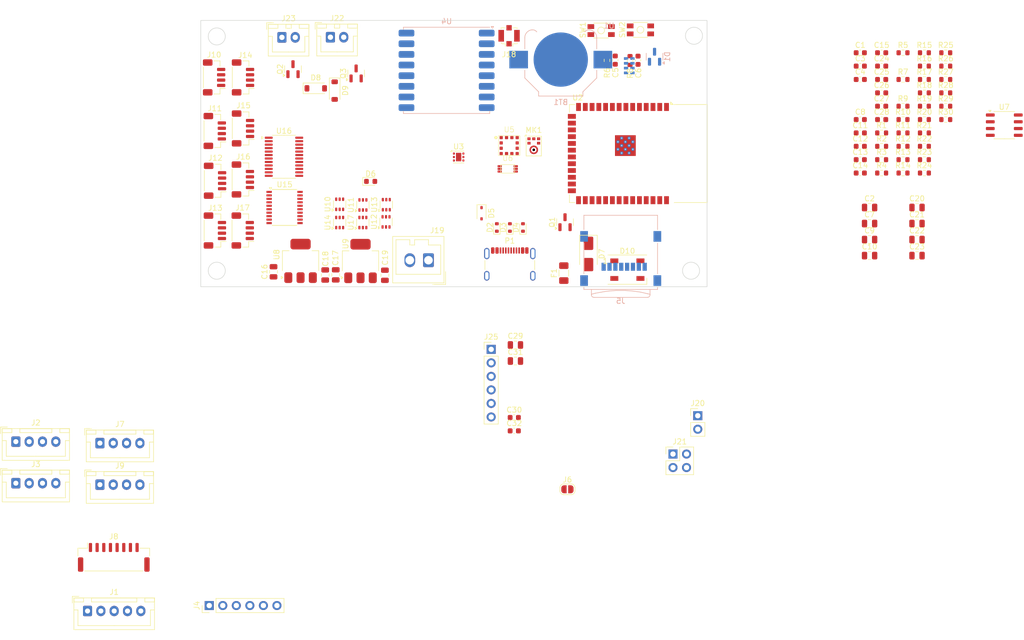
<source format=kicad_pcb>
(kicad_pcb (version 20241229) (generator "pcbnew") (generator_version "9.0")
  (layers (0 "F.Cu" signal) (2 "B.Cu" signal) (13 "F.Paste" user) (15 "B.Paste" user) (5 "F.SilkS" user "F.Silkscreen") (7 "B.SilkS" user "B.Silkscreen") (1 "F.Mask" user) (3 "B.Mask" user) (25 "Edge.Cuts" user))
  (net 0 "")
  (net 1 "GND")
  (net 2 "+5V")
  (net 3 "+3.3V")
  (net 4 "Net-(BT1-+)")
  (net 5 "Net-(D1-K)")
  (net 6 "SCL")
  (net 7 "SDA")
  (net 8 "CJ")
  (net 9 "S_TXD")
  (net 10 "S_RXD")
  (net 11 "V_DL")
  (net 12 "V_S2")
  (net 13 "/IO0")
  (net 14 "/RESET")
  (net 15 "/V_USB")
  (net 16 "3.3V_ESP")
  (net 17 "V_RF")
  (net 18 "V_S1")
  (net 19 "Net-(U5-TR)")
  (net 20 "Net-(U6-DIV)")
  (net 21 "USB_D+")
  (net 22 "USB_D-")
  (net 23 "Net-(D4-A1)")
  (net 24 "Net-(D6-A)")
  (net 25 "5V_VDD")
  (net 26 "VIN_5V")
  (net 27 "FAN_VDD")
  (net 28 "FAN_1_-")
  (net 29 "FAN_2_-")
  (net 30 "RGB")
  (net 34 "Net-(J5-DAT0)")
  (net 35 "Net-(J5-DAT3{slash}CD)")
  (net 36 "Net-(J5-CLK)")
  (net 37 "Net-(J5-CMD)")
  (net 39 "/EVI")
  (net 40 "/RS485_B")
  (net 41 "/RS485_A")
  (net 44 "Net-(J18-In)")
  (net 45 "WS_MIC")
  (net 46 "SCK_MIC")
  (net 47 "SD_MIC")
  (net 50 "Net-(Q2-B)")
  (net 51 "Net-(Q3-B)")
  (net 52 "SD_CS")
  (net 53 "MOSI")
  (net 54 "CLK")
  (net 55 "MISO")
  (net 56 "/INT")
  (net 57 "rfm_RST")
  (net 58 "V_GSM")
  (net 59 "Net-(U2-GPIO3{slash}TOUCH3{slash}ADC1_CH2)")
  (net 60 "Net-(U6-ADDR)")
  (net 61 "Net-(U5-EN)")
  (net 62 "EN_FAN_1")
  (net 63 "EN_FAN_2")
  (net 64 "RS485_TX")
  (net 65 "RS485_EN")
  (net 66 "RS485_RX")
  (net 68 "V_L")
  (net 70 "SPI_MOSI")
  (net 71 "EN_V_S2")
  (net 73 "rfm_dio1")
  (net 74 "EN_V_RF")
  (net 75 "rfm_dio0")
  (net 76 "SPI_SCLK")
  (net 77 "UV_SIG")
  (net 80 "EN_V_S1")
  (net 81 "SPI_CS")
  (net 83 "SPI_MISO")
  (net 84 "EN_V_DL")
  (net 85 "rfm_CS")
  (net 86 "rfm_dio2")
  (net 93 "V_S1_EN")
  (net 95 "V_S2_EN")
  (net 97 "V_S3_EN")
  (net 100 "V_DL_EN")
  (net 101 "Net-(J19-Pin_2)")
  (net 102 "+12V")
  (net 110 "SDA_0")
  (net 111 "SCL_0")
  (net 112 "SDA_2")
  (net 113 "SCL_2")
  (net 114 "SDA_4")
  (net 115 "SCL_4")
  (net 116 "SCL_6")
  (net 117 "SDA_6")
  (net 118 "SDA_1")
  (net 119 "SCL_1")
  (net 120 "SDA_3")
  (net 121 "SCL_3")
  (net 122 "SDA_5")
  (net 123 "SCL_5")
  (net 124 "SDA_7")
  (net 125 "SCL_7")
  (net 126 "SIM_RST")
  (net 127 "SIM_PWRKEY")
  (net 128 "SIM_TX")
  (net 129 "SIM_RX")
  (net 130 "onBoard_LED")
  (net 139 "V_GSM_EN")
  (net 146 "EN_V_GSM")
  (net 154 "V_L_EN")
  (footprint "Package_SO:TSSOP-24_4.4x7.8mm_P0.65mm" (layer "F.Cu") (at 65.6125 75.6)
    (property "Reference" "U16" (at 0 -4.85 0) (layer "F.SilkS"))
    (property "Value" "PCA9548APW")
    (pad "1" smd roundrect (at -2.8625 -3.575) (size 1.475 0.4) (layers "F.Cu" "F.Mask" "F.Paste"))
    (pad "2" smd roundrect (at -2.8625 -2.925) (size 1.475 0.4) (layers "F.Cu" "F.Mask" "F.Paste"))
    (pad "3" smd roundrect (at -2.8625 -2.275) (size 1.475 0.4) (layers "F.Cu" "F.Mask" "F.Paste"))
    (pad "4" smd roundrect (at -2.8625 -1.625) (size 1.475 0.4) (layers "F.Cu" "F.Mask" "F.Paste") (net 110 "SDA_0"))
    (pad "5" smd roundrect (at -2.8625 -0.975) (size 1.475 0.4) (layers "F.Cu" "F.Mask" "F.Paste") (net 111 "SCL_0"))
    (pad "6" smd roundrect (at -2.8625 -0.325) (size 1.475 0.4) (layers "F.Cu" "F.Mask" "F.Paste") (net 118 "SDA_1"))
    (pad "7" smd roundrect (at -2.8625 0.325) (size 1.475 0.4) (layers "F.Cu" "F.Mask" "F.Paste") (net 119 "SCL_1"))
    (pad "8" smd roundrect (at -2.8625 0.975) (size 1.475 0.4) (layers "F.Cu" "F.Mask" "F.Paste") (net 112 "SDA_2"))
    (pad "9" smd roundrect (at -2.8625 1.625) (size 1.475 0.4) (layers "F.Cu" "F.Mask" "F.Paste") (net 113 "SCL_2"))
    (pad "10" smd roundrect (at -2.8625 2.275) (size 1.475 0.4) (layers "F.Cu" "F.Mask" "F.Paste") (net 120 "SDA_3"))
    (pad "11" smd roundrect (at -2.8625 2.925) (size 1.475 0.4) (layers "F.Cu" "F.Mask" "F.Paste") (net 121 "SCL_3"))
    (pad "12" smd roundrect (at -2.8625 3.575) (size 1.475 0.4) (layers "F.Cu" "F.Mask" "F.Paste") (net 1 "GND"))
    (pad "13" smd roundrect (at 2.8625 3.575) (size 1.475 0.4) (layers "F.Cu" "F.Mask" "F.Paste") (net 114 "SDA_4"))
    (pad "14" smd roundrect (at 2.8625 2.925) (size 1.475 0.4) (layers "F.Cu" "F.Mask" "F.Paste") (net 115 "SCL_4"))
    (pad "15" smd roundrect (at 2.8625 2.275) (size 1.475 0.4) (layers "F.Cu" "F.Mask" "F.Paste") (net 122 "SDA_5"))
    (pad "16" smd roundrect (at 2.8625 1.625) (size 1.475 0.4) (layers "F.Cu" "F.Mask" "F.Paste") (net 123 "SCL_5"))
    (pad "17" smd roundrect (at 2.8625 0.975) (size 1.475 0.4) (layers "F.Cu" "F.Mask" "F.Paste") (net 117 "SDA_6"))
    (pad "18" smd roundrect (at 2.8625 0.325) (size 1.475 0.4) (layers "F.Cu" "F.Mask" "F.Paste") (net 116 "SCL_6"))
    (pad "19" smd roundrect (at 2.8625 -0.325) (size 1.475 0.4) (layers "F.Cu" "F.Mask" "F.Paste") (net 124 "SDA_7"))
    (pad "20" smd roundrect (at 2.8625 -0.975) (size 1.475 0.4) (layers "F.Cu" "F.Mask" "F.Paste") (net 125 "SCL_7"))
    (pad "21" smd roundrect (at 2.8625 -1.625) (size 1.475 0.4) (layers "F.Cu" "F.Mask" "F.Paste"))
    (pad "22" smd roundrect (at 2.8625 -2.275) (size 1.475 0.4) (layers "F.Cu" "F.Mask" "F.Paste") (net 6 "SCL"))
    (pad "23" smd roundrect (at 2.8625 -2.925) (size 1.475 0.4) (layers "F.Cu" "F.Mask" "F.Paste") (net 7 "SDA"))
    (pad "24" smd roundrect (at 2.8625 -3.575) (size 1.475 0.4) (layers "F.Cu" "F.Mask" "F.Paste") (net 68 "V_L"))
  )
  (footprint "Capacitor_SMD:C_0805_2012Metric" (layer "F.Cu") (at 175.5 94.16)
    (property "Reference" "C10" (at 0 -1.68 0) (layer "F.SilkS"))
    (property "Value" "4.7u")
    (pad "1" smd roundrect (at -0.95 0) (size 1 1.45) (layers "F.Cu" "F.Mask" "F.Paste") (net 1 "GND"))
    (pad "2" smd roundrect (at 0.95 0) (size 1 1.45) (layers "F.Cu" "F.Mask" "F.Paste") (net 17 "V_RF"))
  )
  (footprint "Package_TO_SOT_SMD:SOT-223-3_TabPin2" (layer "F.Cu") (at 68.725 95.15 90)
    (property "Reference" "U8" (at 1.175 -4.4875 90) (layer "F.SilkS"))
    (property "Value" "AP7361C-33E")
    (pad "1" smd roundrect (at -3.15 -2.3 90) (size 2 1.5) (layers "F.Cu" "F.Mask" "F.Paste") (net 2 "+5V"))
    (pad "2" smd roundrect (at -3.15 0 90) (size 2 1.5) (layers "F.Cu" "F.Mask" "F.Paste") (net 1 "GND"))
    (pad "2" smd roundrect (at 3.15 0 90) (size 2 3.8) (layers "F.Cu" "F.Mask" "F.Paste") (net 1 "GND"))
    (pad "3" smd roundrect (at -3.15 2.3 90) (size 2 1.5) (layers "F.Cu" "F.Mask" "F.Paste") (net 3 "+3.3V"))
  )
  (footprint "Resistor_SMD:R_0603_1608Metric" (layer "F.Cu") (at 126.225 57.5 90)
    (property "Reference" "R6" (at -2.35 0.025 90) (layer "F.SilkS"))
    (property "Value" "10K")
    (pad "1" smd roundrect (at -0.825 0 90) (size 0.8 0.95) (layers "F.Cu" "F.Mask" "F.Paste") (net 16 "3.3V_ESP"))
    (pad "2" smd roundrect (at 0.825 0 90) (size 0.8 0.95) (layers "F.Cu" "F.Mask" "F.Paste") (net 13 "/IO0"))
  )
  (footprint "Capacitor_SMD:C_0805_2012Metric" (layer "F.Cu") (at 184.4 91.15)
    (property "Reference" "C22" (at 0 -1.68 0) (layer "F.SilkS"))
    (property "Value" "1uf")
    (pad "1" smd roundrect (at -0.95 0) (size 1 1.45) (layers "F.Cu" "F.Mask" "F.Paste") (net 3 "+3.3V"))
    (pad "2" smd roundrect (at 0.95 0) (size 1 1.45) (layers "F.Cu" "F.Mask" "F.Paste") (net 1 "GND"))
  )
  (footprint "Capacitor_SMD:C_0603_1608Metric" (layer "F.Cu") (at 177.765 68.615)
    (property "Reference" "C28" (at 0 -1.43 0) (layer "F.SilkS"))
    (property "Value" "100n")
    (pad "1" smd roundrect (at -0.775 0) (size 0.9 0.95) (layers "F.Cu" "F.Mask" "F.Paste") (net 18 "V_S1"))
    (pad "2" smd roundrect (at 0.775 0) (size 0.9 0.95) (layers "F.Cu" "F.Mask" "F.Paste") (net 1 "GND"))
  )
  (footprint "LED_SMD:LED_WS2812B_PLCC4_5.0x5.0mm_P3.2mm" (layer "F.Cu") (at 130.05 96.8)
    (property "Reference" "D10" (at 0 -3.5 0) (layer "F.SilkS"))
    (property "Value" "WS2812B")
    (fp_text user "1" (at -4.15 -1.6 0) (layer "F.SilkS"))
    (pad "1" smd rect (at -2.45 -1.65) (size 1.5 0.9) (layers "F.Cu" "F.Mask" "F.Paste") (net 18 "V_S1"))
    (pad "2" smd rect (at -2.45 1.65) (size 1.5 0.9) (layers "F.Cu" "F.Mask" "F.Paste"))
    (pad "3" smd rect (at 2.45 1.65) (size 1.5 0.9) (layers "F.Cu" "F.Mask" "F.Paste") (net 1 "GND"))
    (pad "4" smd rect (at 2.45 -1.65) (size 1.5 0.9) (layers "F.Cu" "F.Mask" "F.Paste") (net 30 "RGB"))
  )
  (footprint "Capacitor_SMD:C_0805_2012Metric" (layer "F.Cu") (at 184.4 85.13)
    (property "Reference" "C20" (at 0 -1.68 0) (layer "F.SilkS"))
    (property "Value" "1uf")
    (pad "1" smd roundrect (at -0.95 0) (size 1 1.45) (layers "F.Cu" "F.Mask" "F.Paste") (net 3 "+3.3V"))
    (pad "2" smd roundrect (at 0.95 0) (size 1 1.45) (layers "F.Cu" "F.Mask" "F.Paste") (net 1 "GND"))
  )
  (footprint "Connector_JST:JST_XH_B4B-XH-A_1x04_P2.50mm_Vertical" (layer "F.Cu") (at 15.3 129.1)
    (property "Reference" "J2" (at 3.75 -3.55 0) (layer "F.SilkS"))
    (property "Value" "HDR-4x1")
    (pad "1" thru_hole roundrect (at 0 0) (size 1.7 1.95) (drill 0.95) (layers "*.Cu" "*.Mask") (roundrect_rratio 0.147059) (net 1 "GND"))
    (pad "2" thru_hole oval (at 2.5 0) (size 1.7 1.95) (drill 0.95) (layers "*.Cu" "*.Mask") (net 12 "V_S2"))
    (pad "3" thru_hole oval (at 5 0) (size 1.7 1.95) (drill 0.95) (layers "*.Cu" "*.Mask") (net 7 "SDA"))
    (pad "4" thru_hole oval (at 7.5 0) (size 1.7 1.95) (drill 0.95) (layers "*.Cu" "*.Mask") (net 6 "SCL"))
  )
  (footprint "Capacitor_SMD:C_0805_2012Metric" (layer "F.Cu") (at 184.4 88.14)
    (property "Reference" "C21" (at 0 -1.68 0) (layer "F.SilkS"))
    (property "Value" "1uf")
    (pad "1" smd roundrect (at -0.95 0) (size 1 1.45) (layers "F.Cu" "F.Mask" "F.Paste") (net 3 "+3.3V"))
    (pad "2" smd roundrect (at 0.95 0) (size 1 1.45) (layers "F.Cu" "F.Mask" "F.Paste") (net 1 "GND"))
  )
  (footprint "Resistor_SMD:R_0603_1608Metric" (layer "F.Cu") (at 181.775 56.065)
    (property "Reference" "R5" (at 0 -1.43 0) (layer "F.SilkS"))
    (property "Value" "3.3k")
    (pad "1" smd roundrect (at -0.825 0) (size 0.8 0.95) (layers "F.Cu" "F.Mask" "F.Paste") (net 55 "MISO"))
    (pad "2" smd roundrect (at 0.825 0) (size 0.8 0.95) (layers "F.Cu" "F.Mask" "F.Paste") (net 34 "Net-(J5-DAT0)"))
  )
  (footprint "Connector_JST:JST_XH_B2B-XH-A_1x02_P2.50mm_Vertical" (layer "F.Cu") (at 74.325 53.15)
    (property "Reference" "J22" (at 1.25 -3.55 0) (layer "F.SilkS"))
    (property "Value" "HDR-2x1")
    (pad "1" thru_hole roundrect (at 0 0) (size 1.7 2) (drill 1) (layers "*.Cu" "*.Mask") (roundrect_rratio 0.147059) (net 27 "FAN_VDD"))
    (pad "2" thru_hole oval (at 2.5 0) (size 1.7 2) (drill 1) (layers "*.Cu" "*.Mask") (net 28 "FAN_1_-"))
  )
  (footprint "Connector_JST:JST_SH_BM04B-SRSS-TB_1x04-1MP_P1.00mm_Vertical" (layer "F.Cu") (at 57.925 70.283333 90)
    (property "Reference" "J15" (at 4.308333 0.1 180) (layer "F.SilkS"))
    (property "Value" "HDR-4x1")
    (pad "1" smd roundrect (at -1.5 1.325 90) (size 0.6 1.55) (layers "F.Cu" "F.Mask" "F.Paste") (net 1 "GND"))
    (pad "2" smd roundrect (at -0.5 1.325 90) (size 0.6 1.55) (layers "F.Cu" "F.Mask" "F.Paste") (net 12 "V_S2"))
    (pad "3" smd roundrect (at 0.5 1.325 90) (size 0.6 1.55) (layers "F.Cu" "F.Mask" "F.Paste") (net 120 "SDA_3"))
    (pad "4" smd roundrect (at 1.5 1.325 90) (size 0.6 1.55) (layers "F.Cu" "F.Mask" "F.Paste") (net 121 "SCL_3"))
    (pad "MP" smd roundrect (at -2.8 -1.2 90) (size 1.2 1.8) (layers "F.Cu" "F.Mask" "F.Paste") (roundrect_rratio 0.208333))
    (pad "MP" smd roundrect (at 2.8 -1.2 90) (size 1.2 1.8) (layers "F.Cu" "F.Mask" "F.Paste") (roundrect_rratio 0.208333))
  )
  (footprint "Connector_USB:USB_C_Receptacle_GCT_USB4105-xx-A_16P_TopMnt_Horizontal" (layer "F.Cu") (at 107.99 96.88)
    (property "Reference" "P1" (at 0 -5.5 0) (layer "F.SilkS"))
    (property "Value" "USB_C_Plug_USB2.0")
    (pad "" np_thru_hole circle (at -2.89 -2.605) (size 0.65 0.65) (drill 0.65) (layers "*.Cu" "*.Mask"))
    (pad "" np_thru_hole circle (at 2.89 -2.605) (size 0.65 0.65) (drill 0.65) (layers "*.Cu" "*.Mask"))
    (pad "A1" smd roundrect (at -3.2 -3.68) (size 0.6 1.15) (layers "F.Cu" "F.Mask" "F.Paste") (net 1 "GND"))
    (pad "A4" smd roundrect (at -2.4 -3.68) (size 0.6 1.15) (layers "F.Cu" "F.Mask" "F.Paste") (net 23 "Net-(D4-A1)"))
    (pad "A5" smd roundrect (at -1.25 -3.68) (size 0.3 1.15) (layers "F.Cu" "F.Mask" "F.Paste"))
    (pad "A6" smd roundrect (at -0.25 -3.68) (size 0.3 1.15) (layers "F.Cu" "F.Mask" "F.Paste") (net 21 "USB_D+"))
    (pad "A7" smd roundrect (at 0.25 -3.68) (size 0.3 1.15) (layers "F.Cu" "F.Mask" "F.Paste") (net 22 "USB_D-"))
    (pad "A8" smd roundrect (at 1.25 -3.68) (size 0.3 1.15) (layers "F.Cu" "F.Mask" "F.Paste"))
    (pad "A9" smd roundrect (at 2.4 -3.68) (size 0.6 1.15) (layers "F.Cu" "F.Mask" "F.Paste") (net 23 "Net-(D4-A1)"))
    (pad "A12" smd roundrect (at 3.2 -3.68) (size 0.6 1.15) (layers "F.Cu" "F.Mask" "F.Paste") (net 1 "GND"))
    (pad "B1" smd roundrect (at 3.2 -3.68) (size 0.6 1.15) (layers "F.Cu" "F.Mask" "F.Paste") (net 1 "GND"))
    (pad "B4" smd roundrect (at 2.4 -3.68) (size 0.6 1.15) (layers "F.Cu" "F.Mask" "F.Paste") (net 23 "Net-(D4-A1)"))
    (pad "B5" smd roundrect (at 1.75 -3.68) (size 0.3 1.15) (layers "F.Cu" "F.Mask" "F.Paste"))
    (pad "B6" smd roundrect (at 0.75 -3.68) (size 0.3 1.15) (layers "F.Cu" "F.Mask" "F.Paste"))
    (pad "B7" smd roundrect (at -0.75 -3.68) (size 0.3 1.15) (layers "F.Cu" "F.Mask" "F.Paste"))
    (pad "B8" smd roundrect (at -1.75 -3.68) (size 0.3 1.15) (layers "F.Cu" "F.Mask" "F.Paste"))
    (pad "B9" smd roundrect (at -2.4 -3.68) (size 0.6 1.15) (layers "F.Cu" "F.Mask" "F.Paste") (net 23 "Net-(D4-A1)"))
    (pad "B12" smd roundrect (at -3.2 -3.68) (size 0.6 1.15) (layers "F.Cu" "F.Mask" "F.Paste") (net 1 "GND"))
    (pad "S1" thru_hole oval (at -4.32 -3.105) (size 1 2.1) (drill oval 0.6 1.7) (layers "*.Cu" "*.Mask" "F.Paste") (net 1 "GND"))
    (pad "S1" thru_hole oval (at -4.32 1.075) (size 1 1.8) (drill oval 0.6 1.4) (layers "*.Cu" "*.Mask" "F.Paste") (net 1 "GND"))
    (pad "S1" thru_hole oval (at 4.32 -3.105) (size 1 2.1) (drill oval 0.6 1.7) (layers "*.Cu" "*.Mask" "F.Paste") (net 1 "GND"))
    (pad "S1" thru_hole oval (at 4.32 1.075) (size 1 1.8) (drill oval 0.6 1.4) (layers "*.Cu" "*.Mask" "F.Paste") (net 1 "GND"))
  )
  (footprint "Diode_SMD:D_SOD-523" (layer "F.Cu") (at 108.01 88.88 90)
    (property "Reference" "D3" (at 0 -1.3 90) (layer "F.SilkS"))
    (property "Value" "LESD5D5.0CT1G")
    (pad "1" smd roundrect (at -0.7 0 270) (size 0.6 0.7) (layers "F.Cu" "F.Mask" "F.Paste") (net 22 "USB_D-"))
    (pad "2" smd roundrect (at 0.7 0 270) (size 0.6 0.7) (layers "F.Cu" "F.Mask" "F.Paste") (net 1 "GND"))
  )
  (footprint "Resistor_SMD:R_0603_1608Metric" (layer "F.Cu") (at 177.765 76.145)
    (property "Reference" "R3" (at 0 -1.43 0) (layer "F.SilkS"))
    (property "Value" "3.3k")
    (pad "1" smd roundrect (at -0.825 0) (size 0.8 0.95) (layers "F.Cu" "F.Mask" "F.Paste") (net 53 "MOSI"))
    (pad "2" smd roundrect (at 0.825 0) (size 0.8 0.95) (layers "F.Cu" "F.Mask" "F.Paste") (net 37 "Net-(J5-CMD)"))
  )
  (footprint "Connector_JST:JST_XH_B4B-XH-A_1x04_P2.50mm_Vertical" (layer "F.Cu") (at 31.075 129.375)
    (property "Reference" "J7" (at 3.75 -3.55 0) (layer "F.SilkS"))
    (property "Value" "HDR-4x1")
    (pad "1" thru_hole roundrect (at 0 0) (size 1.7 1.95) (drill 0.95) (layers "*.Cu" "*.Mask") (roundrect_rratio 0.147059) (net 40 "/RS485_B"))
    (pad "2" thru_hole oval (at 2.5 0) (size 1.7 1.95) (drill 0.95) (layers "*.Cu" "*.Mask") (net 41 "/RS485_A"))
    (pad "3" thru_hole oval (at 5 0) (size 1.7 1.95) (drill 0.95) (layers "*.Cu" "*.Mask") (net 1 "GND"))
    (pad "4" thru_hole oval (at 7.5 0) (size 1.7 1.95) (drill 0.95) (layers "*.Cu" "*.Mask") (net 2 "+5V"))
  )
  (footprint "Package_TO_SOT_SMD:SOT-23" (layer "F.Cu") (at 79.15 59.95 90)
    (property "Reference" "Q3" (at 0 -2.4 90) (layer "F.SilkS"))
    (property "Value" "MMBT3904")
    (pad "1" smd roundrect (at -0.9375 -0.95 90) (size 1.475 0.6) (layers "F.Cu" "F.Mask" "F.Paste") (net 51 "Net-(Q3-B)"))
    (pad "2" smd roundrect (at -0.9375 0.95 90) (size 1.475 0.6) (layers "F.Cu" "F.Mask" "F.Paste") (net 1 "GND"))
    (pad "3" smd roundrect (at 0.9375 0 90) (size 1.475 0.6) (layers "F.Cu" "F.Mask" "F.Paste") (net 29 "FAN_2_-"))
  )
  (footprint "Package_SO:SSOP-20_4.4x6.5mm_P0.65mm" (layer "F.Cu") (at 65.725 85.125)
    (property "Reference" "U15" (at 0 -4.3 0) (layer "F.SilkS"))
    (property "Value" "PCF8574TS")
    (pad "1" smd rect (at -2.9 -2.925) (size 1 0.4) (layers "F.Cu" "F.Mask" "F.Paste"))
    (pad "2" smd rect (at -2.9 -2.275) (size 1 0.4) (layers "F.Cu" "F.Mask" "F.Paste") (net 6 "SCL"))
    (pad "3" smd rect (at -2.9 -1.625) (size 1 0.4) (layers "F.Cu" "F.Mask" "F.Paste"))
    (pad "4" smd rect (at -2.9 -0.975) (size 1 0.4) (layers "F.Cu" "F.Mask" "F.Paste") (net 7 "SDA"))
    (pad "5" smd rect (at -2.9 -0.325) (size 1 0.4) (layers "F.Cu" "F.Mask" "F.Paste") (net 68 "V_L"))
    (pad "6" smd rect (at -2.9 0.325) (size 1 0.4) (layers "F.Cu" "F.Mask" "F.Paste"))
    (pad "7" smd rect (at -2.9 0.975) (size 1 0.4) (layers "F.Cu" "F.Mask" "F.Paste"))
    (pad "8" smd rect (at -2.9 1.625) (size 1 0.4) (layers "F.Cu" "F.Mask" "F.Paste"))
    (pad "9" smd rect (at -2.9 2.275) (size 1 0.4) (layers "F.Cu" "F.Mask" "F.Paste"))
    (pad "10" smd rect (at -2.9 2.925) (size 1 0.4) (layers "F.Cu" "F.Mask" "F.Paste") (net 130 "onBoard_LED"))
    (pad "11" smd rect (at 2.9 2.925) (size 1 0.4) (layers "F.Cu" "F.Mask" "F.Paste") (net 74 "EN_V_RF"))
    (pad "12" smd rect (at 2.9 2.275) (size 1 0.4) (layers "F.Cu" "F.Mask" "F.Paste") (net 84 "EN_V_DL"))
    (pad "13" smd rect (at 2.9 1.625) (size 1 0.4) (layers "F.Cu" "F.Mask" "F.Paste"))
    (pad "14" smd rect (at 2.9 0.975) (size 1 0.4) (layers "F.Cu" "F.Mask" "F.Paste") (net 80 "EN_V_S1"))
    (pad "15" smd rect (at 2.9 0.325) (size 1 0.4) (layers "F.Cu" "F.Mask" "F.Paste") (net 1 "GND"))
    (pad "16" smd rect (at 2.9 -0.325) (size 1 0.4) (layers "F.Cu" "F.Mask" "F.Paste") (net 71 "EN_V_S2"))
    (pad "17" smd rect (at 2.9 -0.975) (size 1 0.4) (layers "F.Cu" "F.Mask" "F.Paste") (net 146 "EN_V_GSM"))
    (pad "18" smd rect (at 2.9 -1.625) (size 1 0.4) (layers "F.Cu" "F.Mask" "F.Paste"))
    (pad "19" smd rect (at 2.9 -2.275) (size 1 0.4) (layers "F.Cu" "F.Mask" "F.Paste") (net 62 "EN_FAN_1"))
    (pad "20" smd rect (at 2.9 -2.925) (size 1 0.4) (layers "F.Cu" "F.Mask" "F.Paste") (net 63 "EN_FAN_2"))
  )
  (footprint "Fuse:Fuse_1206_3216Metric" (layer "F.Cu") (at 118.125 97.45 90)
    (property "Reference" "F1" (at 0 -1.82 90) (layer "F.SilkS"))
    (property "Value" "Fuse")
    (pad "1" smd roundrect (at -1.4 0 90) (size 1.25 1.75) (layers "F.Cu" "F.Mask" "F.Paste") (roundrect_rratio 0.2) (net 101 "Net-(J19-Pin_2)"))
    (pad "2" smd roundrect (at 1.4 0 90) (size 1.25 1.75) (layers "F.Cu" "F.Mask" "F.Paste") (roundrect_rratio 0.2) (net 26 "VIN_5V"))
  )
  (footprint "Capacitor_SMD:C_0603_1608Metric" (layer "F.Cu") (at 177.765 56.065)
    (property "Reference" "C15" (at 0 -1.43 0) (layer "F.SilkS"))
    (property "Value" "100n")
    (pad "1" smd roundrect (at -0.775 0) (size 0.9 0.95) (layers "F.Cu" "F.Mask" "F.Paste") (net 20 "Net-(U6-DIV)"))
    (pad "2" smd roundrect (at 0.775 0) (size 0.9 0.95) (layers "F.Cu" "F.Mask" "F.Paste") (net 1 "GND"))
  )
  (footprint "Capacitor_SMD:C_0603_1608Metric" (layer "F.Cu") (at 132.05 57.475 -90)
    (property "Reference" "C6" (at 2.4 -0.075 90) (layer "F.SilkS"))
    (property "Value" "100n")
    (pad "1" smd roundrect (at -0.775 0 270) (size 0.9 0.95) (layers "F.Cu" "F.Mask" "F.Paste") (net 14 "/RESET"))
    (pad "2" smd roundrect (at 0.775 0 270) (size 0.9 0.95) (layers "F.Cu" "F.Mask" "F.Paste") (net 1 "GND"))
  )
  (footprint "Connector_JST:JST_SH_BM04B-SRSS-TB_1x04-1MP_P1.00mm_Vertical" (layer "F.Cu") (at 57.9 79.866667 90)
    (property "Reference" "J16" (at 4.266667 0.075 180) (layer "F.SilkS"))
    (property "Value" "HDR-4x1")
    (pad "1" smd roundrect (at -1.5 1.325 90) (size 0.6 1.55) (layers "F.Cu" "F.Mask" "F.Paste") (net 1 "GND"))
    (pad "2" smd roundrect (at -0.5 1.325 90) (size 0.6 1.55) (layers "F.Cu" "F.Mask" "F.Paste") (net 12 "V_S2"))
    (pad "3" smd roundrect (at 0.5 1.325 90) (size 0.6 1.55) (layers "F.Cu" "F.Mask" "F.Paste") (net 122 "SDA_5"))
    (pad "4" smd roundrect (at 1.5 1.325 90) (size 0.6 1.55) (layers "F.Cu" "F.Mask" "F.Paste") (net 123 "SCL_5"))
    (pad "MP" smd roundrect (at -2.8 -1.2 90) (size 1.2 1.8) (layers "F.Cu" "F.Mask" "F.Paste") (roundrect_rratio 0.208333))
    (pad "MP" smd roundrect (at 2.8 -1.2 90) (size 1.2 1.8) (layers "F.Cu" "F.Mask" "F.Paste") (roundrect_rratio 0.208333))
  )
  (footprint "Connector_JST:JST_SH_BM04B-SRSS-TB_1x04-1MP_P1.00mm_Vertical" (layer "F.Cu") (at 52.5 60.7 90)
    (property "Reference" "J10" (at 4.25 0 180) (layer "F.SilkS"))
    (property "Value" "HDR-4x1")
    (pad "1" smd roundrect (at -1.5 1.325 90) (size 0.6 1.55) (layers "F.Cu" "F.Mask" "F.Paste") (net 1 "GND"))
    (pad "2" smd roundrect (at -0.5 1.325 90) (size 0.6 1.55) (layers "F.Cu" "F.Mask" "F.Paste") (net 12 "V_S2"))
    (pad "3" smd roundrect (at 0.5 1.325 90) (size 0.6 1.55) (layers "F.Cu" "F.Mask" "F.Paste") (net 110 "SDA_0"))
    (pad "4" smd roundrect (at 1.5 1.325 90) (size 0.6 1.55) (layers "F.Cu" "F.Mask" "F.Paste") (net 111 "SCL_0"))
    (pad "MP" smd roundrect (at -2.8 -1.2 90) (size 1.2 1.8) (layers "F.Cu" "F.Mask" "F.Paste") (roundrect_rratio 0.208333))
    (pad "MP" smd roundrect (at 2.8 -1.2 90) (size 1.2 1.8) (layers "F.Cu" "F.Mask" "F.Paste") (roundrect_rratio 0.208333))
  )
  (footprint "Diode_SMD:D_SOD-123" (layer "F.Cu") (at 71.575 62.75)
    (property "Reference" "D8" (at 0 -2 0) (layer "F.SilkS"))
    (property "Value" "1N4148W")
    (pad "1" smd roundrect (at -1.65 0) (size 0.9 1.2) (layers "F.Cu" "F.Mask" "F.Paste") (net 27 "FAN_VDD"))
    (pad "2" smd roundrect (at 1.65 0) (size 0.9 1.2) (layers "F.Cu" "F.Mask" "F.Paste") (net 28 "FAN_1_-"))
  )
  (footprint "Capacitor_SMD:C_0603_1608Metric" (layer "F.Cu") (at 173.755 71.125)
    (property "Reference" "C11" (at 0 -1.43 0) (layer "F.SilkS"))
    (property "Value" "100n")
    (pad "1" smd roundrect (at -0.775 0) (size 0.9 0.95) (layers "F.Cu" "F.Mask" "F.Paste") (net 18 "V_S1"))
    (pad "2" smd roundrect (at 0.775 0) (size 0.9 0.95) (layers "F.Cu" "F.Mask" "F.Paste") (net 1 "GND"))
  )
  (footprint "Sensor_Audio:InvenSense_ICS-43434-6_3.5x2.65mm" (layer "F.Cu") (at 112.4875 73.59)
    (property "Reference" "MK1" (at 0 -3 0) (layer "F.SilkS"))
    (property "Value" "ICS-43434")
    (pad "" np_thru_hole circle (at 0 0.71) (size 0.5 0.5) (drill 0.5) (layers "*.Mask"))
    (pad "1" smd rect (at -0.9 -1.364) (size 0.6 0.522) (layers "F.Cu" "F.Mask") (net 45 "WS_MIC"))
    (pad "2" smd rect (at -0.9 -0.542) (size 0.6 0.522) (layers "F.Cu" "F.Mask") (net 1 "GND"))
    (pad "3" smd custom (at 0.6625 0.71 90) (size 0.3 0.3) (layers "F.Cu" "F.Mask") (net 1 "GND") (options (clearance outline) (anchor circle)) (primitives (gr_circle (center 0 -0.6625) (end 0.6625 -0.6625) (width 0.3) (fill no))))
    (pad "4" smd rect (at 0.9 -0.542) (size 0.6 0.522) (layers "F.Cu" "F.Mask") (net 46 "SCK_MIC"))
    (pad "5" smd rect (at 0.9 -1.364) (size 0.6 0.522) (layers "F.Cu" "F.Mask") (net 18 "V_S1"))
    (pad "6" smd rect (at 0 -1.364) (size 0.6 0.522) (layers "F.Cu" "F.Mask") (net 47 "SD_MIC"))
  )
  (footprint "Resistor_SMD:R_0603_1608Metric" (layer "F.Cu") (at 189.795 56.065)
    (property "Reference" "R25" (at 0 -1.43 0) (layer "F.SilkS"))
    (property "Value" "1k")
    (pad "1" smd roundrect (at -0.825 0) (size 0.8 0.95) (layers "F.Cu" "F.Mask" "F.Paste") (net 18 "V_S1"))
    (pad "2" smd roundrect (at 0.825 0) (size 0.8 0.95) (layers "F.Cu" "F.Mask" "F.Paste") (net 20 "Net-(U6-DIV)"))
  )
  (footprint "Package_SON:WSON-6-1EP_2x2mm_P0.65mm_EP1x1.6mm" (layer "F.Cu") (at 98.3875 75.65)
    (property "Reference" "U3" (at 0 -1.95 0) (layer "F.SilkS"))
    (property "Value" "TMP117xxDRV")
    (pad "1" smd roundrect (at -0.8875 -0.65) (size 0.375 0.4) (layers "F.Cu" "F.Mask" "F.Paste") (net 6 "SCL"))
    (pad "2" smd roundrect (at -0.8875 0) (size 0.375 0.4) (layers "F.Cu" "F.Mask" "F.Paste") (net 1 "GND"))
    (pad "3" smd roundrect (at -0.8875 0.65) (size 0.375 0.4) (layers "F.Cu" "F.Mask" "F.Paste"))
    (pad "4" smd roundrect (at 0.8875 0.65) (size 0.375 0.4) (layers "F.Cu" "F.Mask" "F.Paste") (net 1 "GND"))
    (pad "5" smd roundrect (at 0.8875 0) (size 0.375 0.4) (layers "F.Cu" "F.Mask" "F.Paste") (net 18 "V_S1"))
    (pad "6" smd roundrect (at 0.8875 -0.65) (size 0.375 0.4) (layers "F.Cu" "F.Mask" "F.Paste") (net 7 "SDA"))
    (pad "7" smd rect (at 0 0) (size 1 1.6) (property pad_prop_heatsink) (layers "F.Cu" "F.Mask"))
  )
  (footprint "Connector_PinHeader_2.54mm:PinHeader_1x06_P2.54mm_Vertical" (layer "F.Cu") (at 104.495 111.765)
    (property "Reference" "J25" (at 0 -2.33 0) (layer "F.SilkS"))
    (property "Value" "Conn_01x06")
    (pad "1" thru_hole rect (at 0 0) (size 1.7 1.7) (drill 1) (layers "*.Cu" "*.Mask") (net 128 "SIM_TX"))
    (pad "2" thru_hole oval (at 0 2.54) (size 1.7 1.7) (drill 1) (layers "*.Cu" "*.Mask") (net 129 "SIM_RX"))
    (pad "3" thru_hole oval (at 0 5.08) (size 1.7 1.7) (drill 1) (layers "*.Cu" "*.Mask") (net 127 "SIM_PWRKEY"))
    (pad "4" thru_hole oval (at 0 7.62) (size 1.7 1.7) (drill 1) (layers "*.Cu" "*.Mask") (net 126 "SIM_RST"))
    (pad "5" thru_hole oval (at 0 10.16) (size 1.7 1.7) (drill 1) (layers "*.Cu" "*.Mask") (net 1 "GND"))
    (pad "6" thru_hole oval (at 0 12.7) (size 1.7 1.7) (drill 1) (layers "*.Cu" "*.Mask") (net 58 "V_GSM"))
  )
  (footprint "Capacitor_SMD:C_0805_2012Metric" (layer "F.Cu") (at 175.5 88.14)
    (property "Reference" "C7" (at 0 -1.68 0) (layer "F.SilkS"))
    (property "Value" "10u")
    (pad "1" smd roundrect (at -0.95 0) (size 1 1.45) (layers "F.Cu" "F.Mask" "F.Paste") (net 1 "GND"))
    (pad "2" smd roundrect (at 0.95 0) (size 1 1.45) (layers "F.Cu" "F.Mask" "F.Paste") (net 15 "/V_USB"))
  )
  (footprint "Resistor_SMD:R_0603_1608Metric" (layer "F.Cu") (at 189.795 58.575)
    (property "Reference" "R26" (at 0 -1.43 0) (layer "F.SilkS"))
    (property "Value" "10k")
    (pad "1" smd roundrect (at -0.825 0) (size 0.8 0.95) (layers "F.Cu" "F.Mask" "F.Paste") (net 18 "V_S1"))
    (pad "2" smd roundrect (at 0.825 0) (size 0.8 0.95) (layers "F.Cu" "F.Mask" "F.Paste") (net 64 "RS485_TX"))
  )
  (footprint "Capacitor_SMD:C_0603_1608Metric" (layer "F.Cu") (at 173.755 73.635)
    (property "Reference" "C12" (at 0 -1.43 0) (layer "F.SilkS"))
    (property "Value" "100n")
    (pad "1" smd roundrect (at -0.775 0) (size 0.9 0.95) (layers "F.Cu" "F.Mask" "F.Paste") (net 1 "GND"))
    (pad "2" smd roundrect (at 0.775 0) (size 0.9 0.95) (layers "F.Cu" "F.Mask" "F.Paste") (net 18 "V_S1"))
  )
  (footprint "Resistor_SMD:R_0603_1608Metric" (layer "F.Cu") (at 181.775 73.635)
    (property "Reference" "R12" (at 0 -1.43 0) (layer "F.SilkS"))
    (property "Value" "10k")
    (pad "1" smd roundrect (at -0.825 0) (size 0.8 0.95) (layers "F.Cu" "F.Mask" "F.Paste") (net 17 "V_RF"))
    (pad "2" smd roundrect (at 0.825 0) (size 0.8 0.95) (layers "F.Cu" "F.Mask" "F.Paste") (net 57 "rfm_RST"))
  )
  (footprint "Connector_JST:JST_XH_B4B-XH-A_1x04_P2.50mm_Vertical" (layer "F.Cu") (at 31.075 137.175)
    (property "Reference" "J9" (at 3.75 -3.55 0) (layer "F.SilkS"))
    (property "Value" "HDR-4x1")
    (pad "1" thru_hole roundrect (at 0 0) (size 1.7 1.95) (drill 0.95) (layers "*.Cu" "*.Mask") (roundrect_rratio 0.147059) (net 40 "/RS485_B"))
    (pad "2" thru_hole oval (at 2.5 0) (size 1.7 1.95) (drill 0.95) (layers "*.Cu" "*.Mask") (net 41 "/RS485_A"))
    (pad "3" thru_hole oval (at 5 0) (size 1.7 1.95) (drill 0.95) (layers "*.Cu" "*.Mask") (net 1 "GND"))
    (pad "4" thru_hole oval (at 7.5 0) (size 1.7 1.95) (drill 0.95) (layers "*.Cu" "*.Mask") (net 2 "+5V"))
  )
  (footprint "Connector_PinHeader_2.54mm:PinHeader_1x06_P2.54mm_Vertical" (layer "F.Cu") (at 51.59 159.875 90)
    (property "Reference" "J4" (at 0 -2.33 90) (layer "F.SilkS"))
    (property "Value" "Conn_01x06")
    (pad "1" thru_hole rect (at 0 0 90) (size 1.7 1.7) (drill 1) (layers "*.Cu" "*.Mask") (net 12 "V_S2"))
    (pad "2" thru_hole oval (at 0 2.54 90) (size 1.7 1.7) (drill 1) (layers "*.Cu" "*.Mask") (net 1 "GND"))
    (pad "3" thru_hole oval (at 0 5.08 90) (size 1.7 1.7) (drill 1) (layers "*.Cu" "*.Mask") (net 7 "SDA"))
    (pad "4" thru_hole oval (at 0 7.62 90) (size 1.7 1.7) (drill 1) (layers "*.Cu" "*.Mask") (net 6 "SCL"))
    (pad "5" thru_hole oval (at 0 10.16 90) (size 1.7 1.7) (drill 1) (layers "*.Cu" "*.Mask") (net 1 "GND"))
    (pad "6" thru_hole oval (at 0 12.7 90) (size 1.7 1.7) (drill 1) (layers "*.Cu" "*.Mask") (net 12 "V_S2"))
  )
  (footprint "IoWLabs:SMD_SWITCH" (layer "F.Cu") (at 125.125 51.9)
    (property "Reference" "SW1" (at -3.425 -0.1 90) (layer "F.SilkS"))
    (property "Value" "SW_DIP_x02")
    (pad "1" smd rect (at -1.925 0.75) (size 1.25 0.9) (layers "F.Cu" "F.Mask" "F.Paste") (net 1 "GND"))
    (pad "2" smd rect (at 1.925 0.75) (size 1.25 0.9) (layers "F.Cu" "F.Mask" "F.Paste") (net 1 "GND"))
    (pad "3" smd rect (at -1.925 -0.75) (size 1.25 0.9) (layers "F.Cu" "F.Mask" "F.Paste") (net 13 "/IO0"))
    (pad "4" smd rect (at 1.925 -0.75) (size 1.25 0.9) (layers "F.Cu" "F.Mask" "F.Paste") (net 13 "/IO0"))
  )
  (footprint "Diode_SMD:D_SOD-523" (layer "F.Cu") (at 110.46 88.88 90)
    (property "Reference" "D4" (at 0 -1.3 90) (layer "F.SilkS"))
    (property "Value" "LESD5D5.0CT1G")
    (pad "1" smd roundrect (at -0.7 0 270) (size 0.6 0.7) (layers "F.Cu" "F.Mask" "F.Paste") (net 23 "Net-(D4-A1)"))
    (pad "2" smd roundrect (at 0.7 0 270) (size 0.6 0.7) (layers "F.Cu" "F.Mask" "F.Paste") (net 1 "GND"))
  )
  (footprint "Capacitor_SMD:C_0603_1608Metric" (layer "F.Cu") (at 173.755 78.655)
    (property "Reference" "C14" (at 0 -1.43 0) (layer "F.SilkS"))
    (property "Value" "100n")
    (pad "1" smd roundrect (at -0.775 0) (size 0.9 0.95) (layers "F.Cu" "F.Mask" "F.Paste") (net 1 "GND"))
    (pad "2" smd roundrect (at 0.775 0) (size 0.9 0.95) (layers "F.Cu" "F.Mask" "F.Paste") (net 18 "V_S1"))
  )
  (footprint "Resistor_SMD:R_0603_1608Metric" (layer "F.Cu") (at 185.785 66.105)
    (property "Reference" "R19" (at 0 -1.43 0) (layer "F.SilkS"))
    (property "Value" "10k")
    (pad "1" smd roundrect (at -0.825 0) (size 0.8 0.95) (layers "F.Cu" "F.Mask" "F.Paste") (net 18 "V_S1"))
    (pad "2" smd roundrect (at 0.825 0) (size 0.8 0.95) (layers "F.Cu" "F.Mask" "F.Paste") (net 61 "Net-(U5-EN)"))
  )
  (footprint "Resistor_SMD:R_0603_1608Metric" (layer "F.Cu") (at 185.785 58.575)
    (property "Reference" "R16" (at 0 -1.43 0) (layer "F.SilkS"))
    (property "Value" "10K")
    (pad "1" smd roundrect (at -0.825 0) (size 0.8 0.95) (layers "F.Cu" "F.Mask" "F.Paste") (net 1 "GND"))
    (pad "2" smd roundrect (at 0.825 0) (size 0.8 0.95) (layers "F.Cu" "F.Mask" "F.Paste") (net 59 "Net-(U2-GPIO3{slash}TOUCH3{slash}ADC1_CH2)"))
  )
  (footprint "Package_TO_SOT_SMD:SOT-363_SC-70-6" (layer "F.Cu") (at 76.0625 87.95 90)
    (property "Reference" "U14" (at 0 -2.25 90) (layer "F.SilkS"))
    (property "Value" "SiP32431DR3")
    (pad "1" smd roundrect (at -0.95 -0.65 90) (size 0.65 0.4) (layers "F.Cu" "F.Mask" "F.Paste") (net 58 "V_GSM"))
    (pad "2" smd roundrect (at -0.95 0 90) (size 0.65 0.4) (layers "F.Cu" "F.Mask" "F.Paste") (net 1 "GND"))
    (pad "3" smd roundrect (at -0.95 0.65 90) (size 0.65 0.4) (layers "F.Cu" "F.Mask" "F.Paste") (net 139 "V_GSM_EN"))
    (pad "4" smd roundrect (at 0.95 0.65 90) (size 0.65 0.4) (layers "F.Cu" "F.Mask" "F.Paste") (net 2 "+5V"))
    (pad "5" smd roundrect (at 0.95 0 90) (size 0.65 0.4) (layers "F.Cu" "F.Mask" "F.Paste") (net 1 "GND"))
    (pad "6" smd roundrect (at 0.95 -0.65 90) (size 0.65 0.4) (layers "F.Cu" "F.Mask" "F.Paste"))
  )
  (footprint "Resistor_SMD:R_0603_1608Metric" (layer "F.Cu") (at 189.795 66.105)
    (property "Reference" "R29" (at 0 -1.43 0) (layer "F.SilkS"))
    (property "Value" "10k")
    (pad "1" smd roundrect (at -0.825 0) (size 0.8 0.95) (layers "F.Cu" "F.Mask" "F.Paste") (net 18 "V_S1"))
    (pad "2" smd roundrect (at 0.825 0) (size 0.8 0.95) (layers "F.Cu" "F.Mask" "F.Paste") (net 66 "RS485_RX"))
  )
  (footprint "Capacitor_SMD:C_0603_1608Metric" (layer "F.Cu") (at 177.765 63.595)
    (property "Reference" "C26" (at 0 -1.43 0) (layer "F.SilkS"))
    (property "Value" "100n")
    (pad "1" smd roundrect (at -0.775 0) (size 0.9 0.95) (layers "F.Cu" "F.Mask" "F.Paste") (net 12 "V_S2"))
    (pad "2" smd roundrect (at 0.775 0) (size 0.9 0.95) (layers "F.Cu" "F.Mask" "F.Paste") (net 1 "GND"))
  )
  (footprint "Resistor_SMD:R_0603_1608Metric" (layer "F.Cu") (at 181.775 71.125)
    (property "Reference" "R11" (at 0 -1.43 0) (layer "F.SilkS"))
    (property "Value" "2.2k")
    (pad "1" smd roundrect (at -0.825 0) (size 0.8 0.95) (layers "F.Cu" "F.Mask" "F.Paste") (net 11 "V_DL"))
    (pad "2" smd roundrect (at 0.825 0) (size 0.8 0.95) (layers "F.Cu" "F.Mask" "F.Paste") (net 7 "SDA"))
  )
  (footprint "Resistor_SMD:R_0603_1608Metric" (layer "F.Cu") (at 189.795 68.615)
    (property "Reference" "R30" (at 0 -1.43 0) (layer "F.SilkS"))
    (property "Value" "100k")
    (pad "1" smd roundrect (at -0.825 0) (size 0.8 0.95) (layers "F.Cu" "F.Mask" "F.Paste") (net 47 "SD_MIC"))
    (pad "2" smd roundrect (at 0.825 0) (size 0.8 0.95) (layers "F.Cu" "F.Mask" "F.Paste") (net 1 "GND"))
  )
  (footprint "Capacitor_SMD:C_0603_1608Metric" (layer "F.Cu") (at 177.765 58.575)
    (property "Reference" "C24" (at 0 -1.43 0) (layer "F.SilkS"))
    (property "Value" "100n")
    (pad "1" smd roundrect (at -0.775 0) (size 0.9 0.95) (layers "F.Cu" "F.Mask" "F.Paste") (net 1 "GND"))
    (pad "2" smd roundrect (at 0.775 0) (size 0.9 0.95) (layers "F.Cu" "F.Mask" "F.Paste") (net 18 "V_S1"))
  )
  (footprint "Capacitor_SMD:C_0603_1608Metric" (layer "F.Cu") (at 173.755 56.065)
    (property "Reference" "C1" (at 0 -1.43 0) (layer "F.SilkS"))
    (property "Value" "10n")
    (pad "1" smd roundrect (at -0.775 0) (size 0.9 0.95) (layers "F.Cu" "F.Mask" "F.Paste") (net 5 "Net-(D1-K)"))
    (pad "2" smd roundrect (at 0.775 0) (size 0.9 0.95) (layers "F.Cu" "F.Mask" "F.Paste") (net 1 "GND"))
  )
  (footprint "Capacitor_SMD:C_0805_2012Metric" (layer "F.Cu") (at 175.5 91.15)
    (property "Reference" "C9" (at 0 -1.68 0) (layer "F.SilkS"))
    (property "Value" "10u")
    (pad "1" smd roundrect (at -0.95 0) (size 1 1.45) (layers "F.Cu" "F.Mask" "F.Paste") (net 16 "3.3V_ESP"))
    (pad "2" smd roundrect (at 0.95 0) (size 1 1.45) (layers "F.Cu" "F.Mask" "F.Paste") (net 1 "GND"))
  )
  (footprint "Resistor_SMD:R_0603_1608Metric" (layer "F.Cu") (at 189.795 63.595)
    (property "Reference" "R28" (at 0 -1.43 0) (layer "F.SilkS"))
    (property "Value" "10k")
    (pad "1" smd roundrect (at -0.825 0) (size 0.8 0.95) (layers "F.Cu" "F.Mask" "F.Paste") (net 18 "V_S1"))
    (pad "2" smd roundrect (at 0.825 0) (size 0.8 0.95) (layers "F.Cu" "F.Mask" "F.Paste") (net 65 "RS485_EN"))
  )
  (footprint "IoWLabs:SMD_SWITCH" (layer "F.Cu") (at 132.5 51.775)
    (property "Reference" "SW2" (at -3.4 -0.025 90) (layer "F.SilkS"))
    (property "Value" "SW_DIP_x02")
    (pad "1" smd rect (at -1.925 0.75) (size 1.25 0.9) (layers "F.Cu" "F.Mask" "F.Paste") (net 1 "GND"))
    (pad "2" smd rect (at 1.925 0.75) (size 1.25 0.9) (layers "F.Cu" "F.Mask" "F.Paste") (net 1 "GND"))
    (pad "3" smd rect (at -1.925 -0.75) (size 1.25 0.9) (layers "F.Cu" "F.Mask" "F.Paste") (net 14 "/RESET"))
    (pad "4" smd rect (at 1.925 -0.75) (size 1.25 0.9) (layers "F.Cu" "F.Mask" "F.Paste") (net 14 "/RESET"))
  )
  (footprint "Resistor_SMD:R_0603_1608Metric" (layer "F.Cu") (at 189.795 61.085)
    (property "Reference" "R27" (at 0 -1.43 0) (layer "F.SilkS"))
    (property "Value" "10k")
    (pad "1" smd roundrect (at -0.825 0) (size 0.8 0.95) (layers "F.Cu" "F.Mask" "F.Paste") (net 18 "V_S1"))
    (pad "2" smd roundrect (at 0.825 0) (size 0.8 0.95) (layers "F.Cu" "F.Mask" "F.Paste") (net 65 "RS485_EN"))
  )
  (footprint "IoWLabs:WSOF6I" (layer "F.Cu") (at 107.6 77.875)
    (property "Reference" "U6" (at 0 -2 0) (layer "F.SilkS") (effects (font (thickness 0.1))))
    (property "Value" "~")
    (pad "1" smd roundrect (at -1.5 -0.5) (size 0.8 0.4) (layers "F.Cu" "F.Mask" "F.Paste") (roundrect_rratio 0.15) (net 18 "V_S1"))
    (pad "2" smd roundrect (at -1.5 0) (size 0.8 0.4) (layers "F.Cu" "F.Mask" "F.Paste") (roundrect_rratio 0.15) (net 60 "Net-(U6-ADDR)"))
    (pad "3" smd roundrect (at -1.5 0.5) (size 0.8 0.4) (layers "F.Cu" "F.Mask" "F.Paste") (roundrect_rratio 0.15) (net 1 "GND"))
    (pad "4" smd roundrect (at 1.5 0.5) (size 0.8 0.4) (layers "F.Cu" "F.Mask" "F.Paste") (roundrect_rratio 0.15) (net 7 "SDA"))
    (pad "5" smd roundrect (at 1.5 0) (size 0.8 0.4) (layers "F.Cu" "F.Mask" "F.Paste") (roundrect_rratio 0.15) (net 20 "Net-(U6-DIV)"))
    (pad "6" smd roundrect (at 1.5 -0.5) (size 0.8 0.4) (layers "F.Cu" "F.Mask" "F.Paste") (roundrect_rratio 0.15) (net 6 "SCL"))
  )
  (footprint "Connector_JST:JST_XH_B5B-XH-A_1x05_P2.50mm_Vertical" (layer "F.Cu") (at 28.75 160.9)
    (property "Reference" "J1" (at 5 -3.55 0) (layer "F.SilkS"))
    (property "Value" "HDR-5x1")
    (pad "1" thru_hole roundrect (at 0 0) (size 1.7 1.95) (drill 0.95) (layers "*.Cu" "*.Mask") (roundrect_rratio 0.147059) (net 12 "V_S2"))
    (pad "2" thru_hole oval (at 2.5 0) (size 1.7 1.95) (drill 0.95) (layers "*.Cu" "*.Mask") (net 1 "GND"))
    (pad "3" thru_hole oval (at 5 0) (size 1.7 1.95) (drill 0.95) (layers "*.Cu" "*.Mask") (net 6 "SCL"))
    (pad "4" thru_hole oval (at 7.5 0) (size 1.7 1.95) (drill 0.95) (layers "*.Cu" "*.Mask") (net 7 "SDA"))
    (pad "5" thru_hole oval (at 10 0) (size 1.7 1.95) (drill 0.95) (layers "*.Cu" "*.Mask") (net 8 "CJ"))
  )
  (footprint "Connector_PinHeader_2.54mm:PinHeader_1x02_P2.54mm_Vertical" (layer "F.Cu") (at 143.26 124.225)
    (property "Reference" "J20" (at 0 -2.33 0) (layer "F.SilkS"))
    (property "Value" "Conn_01x02")
    (pad "1" thru_hole rect (at 0 0) (size 1.7 1.7) (drill 1) (layers "*.Cu" "*.Mask") (net 25 "5V_VDD"))
    (pad "2" thru_hole oval (at 0 2.54) (size 1.7 1.7) (drill 1) (layers "*.Cu" "*.Mask") (net 2 "+5V"))
  )
  (footprint "Capacitor_SMD:C_0805_2012Metric" (layer "F.Cu") (at 73.35 97.8 90)
    (property "Reference" "C18" (at 3.05 0.05 90) (layer "F.SilkS"))
    (property "Value" "22u")
    (pad "1" smd roundrect (at -0.95 0 90) (size 1 1.45) (layers "F.Cu" "F.Mask" "F.Paste") (net 3 "+3.3V"))
    (pad "2" smd roundrect (at 0.95 0 90) (size 1 1.45) (layers "F.Cu" "F.Mask" "F.Paste") (net 1 "GND"))
  )
  (footprint "RF_Module:ESP32-S3-WROOM-1" (layer "F.Cu") (at 132.135 75 -90)
    (property "Reference" "U2" (at -10.5 11.4 0) (layer "F.SilkS"))
    (property "Value" "ESP32-S3-WROOM-1")
    (pad "1" smd rect (at -8.75 -5.26 270) (size 1.5 0.9) (layers "F.Cu" "F.Mask" "F.Paste") (net 1 "GND"))
    (pad "2" smd rect (at -8.75 -3.99 270) (size 1.5 0.9) (layers "F.Cu" "F.Mask" "F.Paste") (net 16 "3.3V_ESP"))
    (pad "3" smd rect (at -8.75 -2.72 270) (size 1.5 0.9) (layers "F.Cu" "F.Mask" "F.Paste") (net 14 "/RESET"))
    (pad "4" smd rect (at -8.75 -1.45 270) (size 1.5 0.9) (layers "F.Cu" "F.Mask" "F.Paste") (net 85 "rfm_CS"))
    (pad "5" smd rect (at -8.75 -0.18 270) (size 1.5 0.9) (layers "F.Cu" "F.Mask" "F.Paste"))
    (pad "6" smd rect (at -8.75 1.09 270) (size 1.5 0.9) (layers "F.Cu" "F.Mask" "F.Paste"))
    (pad "7" smd rect (at -8.75 2.36 270) (size 1.5 0.9) (layers "F.Cu" "F.Mask" "F.Paste") (net 77 "UV_SIG"))
    (pad "8" smd rect (at -8.75 3.63 270) (size 1.5 0.9) (layers "F.Cu" "F.Mask" "F.Paste") (net 45 "WS_MIC"))
    (pad "9" smd rect (at -8.75 4.9 270) (size 1.5 0.9) (layers "F.Cu" "F.Mask" "F.Paste") (net 46 "SCK_MIC"))
    (pad "10" smd rect (at -8.75 6.17 270) (size 1.5 0.9) (layers "F.Cu" "F.Mask" "F.Paste") (net 57 "rfm_RST"))
    (pad "11" smd rect (at -8.75 7.44 270) (size 1.5 0.9) (layers "F.Cu" "F.Mask" "F.Paste") (net 73 "rfm_dio1"))
    (pad "12" smd rect (at -8.75 8.71 270) (size 1.5 0.9) (layers "F.Cu" "F.Mask" "F.Paste") (net 7 "SDA"))
    (pad "13" smd rect (at -8.75 9.98 270) (size 1.5 0.9) (layers "F.Cu" "F.Mask" "F.Paste") (net 22 "USB_D-"))
    (pad "14" smd rect (at -8.75 11.25 90) (size 1.5 0.9) (layers "F.Cu" "F.Mask" "F.Paste") (net 21 "USB_D+"))
    (pad "15" smd rect (at -6.985 12.5 180) (size 1.5 0.9) (layers "F.Cu" "F.Mask" "F.Paste") (net 59 "Net-(U2-GPIO3{slash}TOUCH3{slash}ADC1_CH2)"))
    (pad "16" smd rect (at -5.715 12.5 180) (size 1.5 0.9) (layers "F.Cu" "F.Mask" "F.Paste"))
    (pad "17" smd rect (at -4.445 12.5 180) (size 1.5 0.9) (layers "F.Cu" "F.Mask" "F.Paste") (net 6 "SCL"))
    (pad "18" smd rect (at -3.175 12.5 180) (size 1.5 0.9) (layers "F.Cu" "F.Mask" "F.Paste") (net 81 "SPI_CS"))
    (pad "19" smd rect (at -1.905 12.5 180) (size 1.5 0.9) (layers "F.Cu" "F.Mask" "F.Paste") (net 70 "SPI_MOSI"))
    (pad "20" smd rect (at -0.635 12.5 180) (size 1.5 0.9) (layers "F.Cu" "F.Mask" "F.Paste") (net 76 "SPI_SCLK"))
    (pad "21" smd rect (at 0.635 12.5 180) (size 1.5 0.9) (layers "F.Cu" "F.Mask" "F.Paste") (net 83 "SPI_MISO"))
    (pad "22" smd rect (at 1.905 12.5 180) (size 1.5 0.9) (layers "F.Cu" "F.Mask" "F.Paste") (net 47 "SD_MIC"))
    (pad "23" smd rect (at 3.175 12.5 180) (size 1.5 0.9) (layers "F.Cu" "F.Mask" "F.Paste") (net 75 "rfm_dio0"))
    (pad "24" smd rect (at 4.445 12.5 180) (size 1.5 0.9) (layers "F.Cu" "F.Mask" "F.Paste"))
    (pad "25" smd rect (at 5.715 12.5 180) (size 1.5 0.9) (layers "F.Cu" "F.Mask" "F.Paste"))
    (pad "26" smd rect (at 6.985 12.5 180) (size 1.5 0.9) (layers "F.Cu" "F.Mask" "F.Paste"))
    (pad "27" smd rect (at 8.75 11.25 270) (size 1.5 0.9) (layers "F.Cu" "F.Mask" "F.Paste") (net 13 "/IO0"))
    (pad "28" smd rect (at 8.75 9.98 270) (size 1.5 0.9) (layers "F.Cu" "F.Mask" "F.Paste"))
    (pad "29" smd rect (at 8.75 8.71 270) (size 1.5 0.9) (layers "F.Cu" "F.Mask" "F.Paste"))
    (pad "30" smd rect (at 8.75 7.44 270) (size 1.5 0.9) (layers "F.Cu" "F.Mask" "F.Paste"))
    (pad "31" smd rect (at 8.75 6.17 270) (size 1.5 0.9) (layers "F.Cu" "F.Mask" "F.Paste") (net 86 "rfm_dio2"))
    (pad "32" smd rect (at 8.75 4.9 270) (size 1.5 0.9) (layers "F.Cu" "F.Mask" "F.Paste"))
    (pad "33" smd rect (at 8.75 3.63 270) (size 1.5 0.9) (layers "F.Cu" "F.Mask" "F.Paste"))
    (pad "34" smd rect (at 8.75 2.36 270) (size 1.5 0.9) (layers "F.Cu" "F.Mask" "F.Paste"))
    (pad "35" smd rect (at 8.75 1.09 270) (size 1.5 0.9) (layers "F.Cu" "F.Mask" "F.Paste"))
    (pad "36" smd rect (at 8.75 -0.18 270) (size 1.5 0.9) (layers "F.Cu" "F.Mask" "F.Paste") (net 64 "RS485_TX"))
    (pad "37" smd rect (at 8.75 -1.45 270) (size 1.5 0.9) (layers "F.Cu" "F.Mask" "F.Paste") (net 66 "RS485_RX"))
    (pad "38" smd rect (at 8.75 -2.72 270) (size 1.5 0.9) (layers "F.Cu" "F.Mask" "F.Paste"))
    (pad "39" smd rect (at 8.75 -3.99 270) (size 1.5 0.9) (layers "F.Cu" "F.Mask" "F.Paste") (net 30 "RGB"))
    (pad "40" smd rect (at 8.75 -5.26 270) (size 1.5 0.9) (layers "F.Cu" "F.Mask" "F.Paste") (net 1 "GND"))
    (pad "41" thru_hole circle (at -2.9 1.76) (size 0.6 0.6) (drill 0.2) (property pad_prop_heatsink) (layers "*.Cu" "F.Mask") (net 1 "GND"))
    (pad "41" thru_hole circle (at -2.9 3.16 270) (size 0.6 0.6) (drill 0.2) (property pad_prop_heatsink) (layers "*.Cu" "F.Mask") (net 1 "GND"))
    (pad "41" thru_hole circle (at -2.2 1.06 270) (size 0.6 0.6) (drill 0.2) (property pad_prop_heatsink) (layers "*.Cu" "F.Mask") (net 1 "GND"))
    (pad "41" thru_hole circle (at -2.2 2.46 270) (size 0.6 0.6) (drill 0.2) (property pad_prop_heatsink) (layers "*.Cu" "F.Mask") (net 1 "GND"))
    (pad "41" thru_hole circle (at -2.2 3.86 270) (size 0.6 0.6) (drill 0.2) (property pad_prop_heatsink) (layers "*.Cu" "F.Mask") (net 1 "GND"))
    (pad "41" thru_hole circle (at -1.5 1.76 270) (size 0.6 0.6) (drill 0.2) (property pad_prop_heatsink) (layers "*.Cu" "F.Mask") (net 1 "GND"))
    (pad "41" smd rect (at -1.5 2.46 180) (size 3.9 3.9) (layers "F.Cu" "F.Mask") (net 1 "GND"))
    (pad "41" thru_hole circle (at -1.5 3.16 270) (size 0.6 0.6) (drill 0.2) (property pad_prop_heatsink) (layers "*.Cu" "F.Mask") (net 1 "GND"))
    (pad "41" thru_hole circle (at -0.8 1.06 270) (size 0.6 0.6) (drill 0.2) (property pad_prop_heatsink) (layers "*.Cu" "F.Mask") (net 1 "GND"))
    (pad "41" thru_hole circle (at -0.8 2.46 270) (size 0.6 0.6) (drill 0.2) (property pad_prop_heatsink) (layers "*.Cu" "F.Mask") (net 1 "GND"))
    (pad "41" thru_hole circle (at -0.8 3.86 270) (size 0.6 0.6) (drill 0.2) (property pad_prop_heatsink) (layers "*.Cu" "F.Mask") (net 1 "GND"))
    (pad "41" thru_hole circle (at -0.1 1.76 270) (size 0.6 0.6) (drill 0.2) (property pad_prop_heatsink) (layers "*.Cu" "F.Mask") (net 1 "GND"))
    (pad "41" thru_hole circle (at -0.1 3.16 270) (size 0.6 0.6) (drill 0.2) (property pad_prop_heatsink) (layers "*.Cu" "F.Mask") (net 1 "GND"))
  )
  (footprint "Resistor_SMD:R_0603_1608Metric" (layer "F.Cu") (at 177.765 71.125)
    (property "Reference" "R1" (at 0 -1.43 0) (layer "F.SilkS"))
    (property "Value" "3.3k")
    (pad "1" smd roundrect (at -0.825 0) (size 0.8 0.95) (layers "F.Cu" "F.Mask" "F.Paste") (net 5 "Net-(D1-K)"))
    (pad "2" smd roundrect (at 0.825 0) (size 0.8 0.95) (layers "F.Cu" "F.Mask" "F.Paste") (net 4 "Net-(BT1-+)"))
  )
  (footprint "LED_SMD:LED_0603_1608Metric" (layer "F.Cu") (at 81.875 80.225)
    (property "Reference" "D6" (at 0 -1.43 0) (layer "F.SilkS"))
    (property "Value" "LED")
    (pad "1" smd roundrect (at -0.7875 0) (size 0.875 0.95) (layers "F.Cu" "F.Mask" "F.Paste") (net 1 "GND"))
    (pad "2" smd roundrect (at 0.7875 0) (size 0.875 0.95) (layers "F.Cu" "F.Mask" "F.Paste") (net 24 "Net-(D6-A)"))
  )
  (footprint "Resistor_SMD:R_0603_1608Metric" (layer "F.Cu") (at 177.765 78.655)
    (property "Reference" "R4" (at 0 -1.43 0) (layer "F.SilkS"))
    (property "Value" "3.3k")
    (pad "1" smd roundrect (at -0.825 0) (size 0.8 0.95) (layers "F.Cu" "F.Mask" "F.Paste") (net 54 "CLK"))
    (pad "2" smd roundrect (at 0.825 0) (size 0.8 0.95) (layers "F.Cu" "F.Mask" "F.Paste") (net 36 "Net-(J5-CLK)"))
  )
  (footprint "Capacitor_SMD:C_0603_1608Metric" (layer "F.Cu") (at 173.755 76.145)
    (property "Reference" "C13" (at 0 -1.43 0) (layer "F.SilkS"))
    (property "Value" "1n")
    (pad "1" smd roundrect (at -0.775 0) (size 0.9 0.95) (layers "F.Cu" "F.Mask" "F.Paste") (net 19 "Net-(U5-TR)"))
    (pad "2" smd roundrect (at 0.775 0) (size 0.9 0.95) (layers "F.Cu" "F.Mask" "F.Paste") (net 1 "GND"))
  )
  (footprint "Resistor_SMD:R_0603_1608Metric" (layer "F.Cu") (at 185.785 56.065)
    (property "Reference" "R15" (at 0 -1.43 0) (layer "F.SilkS"))
    (property "Value" "330")
    (pad "1" smd roundrect (at -0.825 0) (size 0.8 0.95) (layers "F.Cu" "F.Mask" "F.Paste") (net 130 "onBoard_LED"))
    (pad "2" smd roundrect (at 0.825 0) (size 0.8 0.95) (layers "F.Cu" "F.Mask" "F.Paste") (net 24 "Net-(D6-A)"))
  )
  (footprint "Package_TO_SOT_SMD:SOT-363_SC-70-6" (layer "F.Cu") (at 80.425 84.65 90)
    (property "Reference" "U11" (at 0 -2.25 90) (layer "F.SilkS"))
    (property "Value" "SiP32431DR3")
    (pad "1" smd roundrect (at -0.95 -0.65 90) (size 0.65 0.4) (layers "F.Cu" "F.Mask" "F.Paste") (net 12 "V_S2"))
    (pad "2" smd roundrect (at -0.95 0 90) (size 0.65 0.4) (layers "F.Cu" "F.Mask" "F.Paste") (net 1 "GND"))
    (pad "3" smd roundrect (at -0.95 0.65 90) (size 0.65 0.4) (layers "F.Cu" "F.Mask" "F.Paste") (net 95 "V_S2_EN"))
    (pad "4" smd roundrect (at 0.95 0.65 90) (size 0.65 0.4) (layers "F.Cu" "F.Mask" "F.Paste") (net 3 "+3.3V"))
    (pad "5" smd roundrect (at 0.95 0 90) (size 0.65 0.4) (layers "F.Cu" "F.Mask" "F.Paste") (net 1 "GND"))
    (pad "6" smd roundrect (at 0.95 -0.65 90) (size 0.65 0.4) (layers "F.Cu" "F.Mask" "F.Paste"))
  )
  (footprint "Capacitor_SMD:C_0805_2012Metric" (layer "F.Cu") (at 63.65 97.2 90)
    (property "Reference" "C16" (at 0 -1.68 90) (layer "F.SilkS"))
    (property "Value" "10u")
    (pad "1" smd roundrect (at -0.95 0 90) (size 1 1.45) (layers "F.Cu" "F.Mask" "F.Paste") (net 2 "+5V"))
    (pad "2" smd roundrect (at 0.95 0 90) (size 1 1.45) (layers "F.Cu" "F.Mask" "F.Paste") (net 1 "GND"))
  )
  (footprint "IoWLabs:C-TQFN12-4.0x3.7-1" (layer "F.Cu") (at 107.875 73.5)
    (property "Reference" "U5" (at 0 -3 0) (layer "F.SilkS") (effects (font (thickness 0.1))))
    (property "Value" "~")
    (pad "1" smd roundrect (at -1.5 -1.5) (size 0.6 0.6) (layers "F.Cu" "F.Mask" "F.Paste") (roundrect_rratio 0.15))
    (pad "2" smd roundrect (at -0.5 -1.5) (size 0.6 0.6) (layers "F.Cu" "F.Mask" "F.Paste") (roundrect_rratio 0.15))
    (pad "3" smd roundrect (at 0.5 -1.5) (size 0.6 0.6) (layers "F.Cu" "F.Mask" "F.Paste") (roundrect_rratio 0.15))
    (pad "4" smd roundrect (at 1.5 -1.5) (size 0.6 0.6) (layers "F.Cu" "F.Mask" "F.Paste") (roundrect_rratio 0.15) (net 61 "Net-(U5-EN)"))
    (pad "5" smd roundrect (at 1.5 -0.5) (size 0.6 0.6) (layers "F.Cu" "F.Mask" "F.Paste") (roundrect_rratio 0.15) (net 1 "GND"))
    (pad "6" smd roundrect (at 1.5 0.5) (size 0.6 0.6) (layers "F.Cu" "F.Mask" "F.Paste") (roundrect_rratio 0.15))
    (pad "7" smd roundrect (at 1.5 1.5) (size 0.6 0.6) (layers "F.Cu" "F.Mask" "F.Paste") (roundrect_rratio 0.15) (net 18 "V_S1"))
    (pad "8" smd roundrect (at 0.5 1.5) (size 0.6 0.6) (layers "F.Cu" "F.Mask" "F.Paste") (roundrect_rratio 0.15) (net 77 "UV_SIG"))
    (pad "9" smd roundrect (at -0.5 1.5) (size 0.6 0.6) (layers "F.Cu" "F.Mask" "F.Paste") (roundrect_rratio 0.15))
    (pad "10" smd roundrect (at -1.5 1.5) (size 0.6 0.6) (layers "F.Cu" "F.Mask" "F.Paste") (roundrect_rratio 0.15) (net 19 "Net-(U5-TR)"))
    (pad "11" smd roundrect (at -1.5 0.5) (size 0.6 0.6) (layers "F.Cu" "F.Mask" "F.Paste") (roundrect_rratio 0.15))
    (pad "12" smd roundrect (at -1.5 -0.5) (size 0.6 0.6) (layers "F.Cu" "F.Mask" "F.Paste") (roundrect_rratio 0.15))
  )
  (footprint "Capacitor_SMD:C_0603_1608Metric" (layer "F.Cu") (at 173.755 68.615)
    (property "Reference" "C8" (at 0 -1.43 0) (layer "F.SilkS"))
    (property "Value" "100n")
    (pad "1" smd roundrect (at -0.775 0) (size 0.9 0.95) (layers "F.Cu" "F.Mask" "F.Paste") (net 16 "3.3V_ESP"))
    (pad "2" smd roundrect (at 0.775 0) (size 0.9 0.95) (layers "F.Cu" "F.Mask" "F.Paste") (net 1 "GND"))
  )
  (footprint "Capacitor_SMD:C_0805_2012Metric" (layer "F.Cu") (at 109.045 110.945)
    (property "Reference" "C29" (at 0 -1.68 0) (layer "F.SilkS"))
    (property "Value" "1uf")
    (pad "1" smd roundrect (at -0.95 0) (size 1 1.45) (layers "F.Cu" "F.Mask" "F.Paste") (net 2 "+5V"))
    (pad "2" smd roundrect (at 0.95 0) (size 1 1.45) (layers "F.Cu" "F.Mask" "F.Paste") (net 1 "GND"))
  )
  (footprint "Capacitor_SMD:C_0603_1608Metric" (layer "F.Cu") (at 177.765 66.105)
    (property "Reference" "C27" (at 0 -1.43 0) (layer "F.SilkS"))
    (property "Value" "100n")
    (pad "1" smd roundrect (at -0.775 0) (size 0.9 0.95) (layers "F.Cu" "F.Mask" "F.Paste") (net 17 "V_RF"))
    (pad "2" smd roundrect (at 0.775 0) (size 0.9 0.95) (layers "F.Cu" "F.Mask" "F.Paste") (net 1 "GND"))
  )
  (footprint "Connector_Wago:Wago_734-132_1x02_P3.50mm_Vertical" (layer "F.Cu") (at 92.725 95.025 180)
    (property "Reference" "J19" (at -1.65 5.6 0) (layer "F.SilkS"))
    (property "Value" "Conn_01x02")
    (pad "1" thru_hole roundrect (at 0 0 180) (size 2 2.6) (drill 1.6) (layers "*.Cu" "*.Mask") (roundrect_rratio 0.125) (net 1 "GND"))
    (pad "2" thru_hole oval (at 3.5 0 180) (size 2 2.6) (drill 1.6) (layers "*.Cu" "*.Mask") (net 101 "Net-(J19-Pin_2)"))
  )
  (footprint "Package_TO_SOT_SMD:SOT-23" (layer "F.Cu") (at 67.305 59.1525 90)
    (property "Reference" "Q2" (at 0 -2.4 90) (layer "F.SilkS"))
    (property "Value" "MMBT3904")
    (pad "1" smd roundrect (at -0.9375 -0.95 90) (size 1.475 0.6) (layers "F.Cu" "F.Mask" "F.Paste") (net 50 "Net-(Q2-B)"))
    (pad "2" smd roundrect (at -0.9375 0.95 90) (size 1.475 0.6) (layers "F.Cu" "F.Mask" "F.Paste") (net 1 "GND"))
    (pad "3" smd roundrect (at 0.9375 0 90) (size 1.475 0.6) (layers "F.Cu" "F.Mask" "F.Paste") (net 28 "FAN_1_-"))
  )
  (footprint "Package_TO_SOT_SMD:SOT-363_SC-70-6" (layer "F.Cu") (at 80.4125 87.95 90)
    (property "Reference" "U17" (at 0 -2.25 90) (layer "F.SilkS"))
    (property "Value" "SiP32431DR3")
    (pad "1" smd roundrect (at -0.95 -0.65 90) (size 0.65 0.4) (layers "F.Cu" "F.Mask" "F.Paste") (net 68 "V_L"))
    (pad "2" smd roundrect (at -0.95 0 90) (size 0.65 0.4) (layers "F.Cu" "F.Mask" "F.Paste") (net 1 "GND"))
    (pad "3" smd roundrect (at -0.95 0.65 90) (size 0.65 0.4) (layers "F.Cu" "F.Mask" "F.Paste") (net 154 "V_L_EN"))
    (pad "4" smd roundrect (at 0.95 0.65 90) (size 0.65 0.4) (layers "F.Cu" "F.Mask" "F.Paste") (net 3 "+3.3V"))
    (pad "5" smd roundrect (at 0.95 0 90) (size 0.65 0.4) (layers "F.Cu" "F.Mask" "F.Paste") (net 1 "GND"))
    (pad "6" smd roundrect (at 0.95 -0.65 90) (size 0.65 0.4) (layers "F.Cu" "F.Mask" "F.Paste"))
  )
  (footprint "Package_TO_SOT_SMD:SOT-363_SC-70-6" (layer "F.Cu") (at 76.0625 84.525 90)
    (property "Reference" "U10" (at 0 -2.25 90) (layer "F.SilkS"))
    (property "Value" "SiP32431DR3")
    (pad "1" smd roundrect (at -0.95 -0.65 90) (size 0.65 0.4) (layers "F.Cu" "F.Mask" "F.Paste") (net 18 "V_S1"))
    (pad "2" smd roundrect (at -0.95 0 90) (size 0.65 0.4) (layers "F.Cu" "F.Mask" "F.Paste") (net 1 "GND"))
    (pad "3" smd roundrect (at -0.95 0.65 90) (size 0.65 0.4) (layers "F.Cu" "F.Mask" "F.Paste") (net 93 "V_S1_EN"))
    (pad "4" smd roundrect (at 0.95 0.65 90) (size 0.65 0.4) (layers "F.Cu" "F.Mask" "F.Paste") (net 3 "+3.3V"))
    (pad "5" smd roundrect (at 0.95 0 90) (size 0.65 0.4) (layers "F.Cu" "F.Mask" "F.Paste") (net 1 "GND"))
    (pad "6" smd roundrect (at 0.95 -0.65 90) (size 0.65 0.4) (layers "F.Cu" "F.Mask" "F.Paste"))
  )
  (footprint "Package_TO_SOT_SMD:SOT-223-3_TabPin2" (layer "F.Cu") (at 79.975 95.175 90)
    (property "Reference" "U9" (at 3.225 -2.8 90) (layer "F.SilkS"))
    (property "Value" "AP7361C-33E")
    (pad "1" smd roundrect (at -3.15 -2.3 90) (size 2 1.5) (layers "F.Cu" "F.Mask" "F.Paste") (net 2 "+5V"))
    (pad "2" smd roundrect (at -3.15 0 90) (size 2 1.5) (layers "F.Cu" "F.Mask" "F.Paste") (net 1 "GND"))
    (pad "2" smd roundrect (at 3.15 0 90) (size 2 3.8) (layers "F.Cu" "F.Mask" "F.Paste") (net 1 "GND"))
    (pad "3" smd roundrect (at -3.15 2.3 90) (size 2 1.5) (layers "F.Cu" "F.Mask" "F.Paste") (net 16 "3.3V_ESP"))
  )
  (footprint "Resistor_SMD:R_0603_1608Metric" (layer "F.Cu") (at 181.775 61.085)
    (property "Reference" "R7" (at 0 -1.43 0) (layer "F.SilkS"))
    (property "Value" "100k")
    (pad "1" smd roundrect (at -0.825 0) (size 0.8 0.95) (layers "F.Cu" "F.Mask" "F.Paste") (net 11 "V_DL"))
    (pad "2" smd roundrect (at 0.825 0) (size 0.8 0.95) (layers "F.Cu" "F.Mask" "F.Paste") (net 56 "/INT"))
  )
  (footprint "Resistor_SMD:R_0603_1608Metric" (layer "F.Cu") (at 185.785 68.615)
    (property "Reference" "R20" (at 0 -1.43 0) (layer "F.SilkS"))
    (property "Value" "120")
    (pad "1" smd roundrect (at -0.825 0) (size 0.8 0.95) (layers "F.Cu" "F.Mask" "F.Paste") (net 40 "/RS485_B"))
    (pad "2" smd roundrect (at 0.825 0) (size 0.8 0.95) (layers "F.Cu" "F.Mask" "F.Paste") (net 41 "/RS485_A"))
  )
  (footprint "Connector_JST:JST_XH_B2B-XH-A_1x02_P2.50mm_Vertical" (layer "F.Cu") (at 65.225 53.175)
    (property "Reference" "J23" (at 1.25 -3.55 0) (layer "F.SilkS"))
    (property "Value" "HDR-2x1")
    (pad "1" thru_hole roundrect (at 0 0) (size 1.7 2) (drill 1) (layers "*.Cu" "*.Mask") (roundrect_rratio 0.147059) (net 27 "FAN_VDD"))
    (pad "2" thru_hole oval (at 2.5 0) (size 1.7 2) (drill 1) (layers "*.Cu" "*.Mask") (net 29 "FAN_2_-"))
  )
  (footprint "Resistor_SMD:R_0603_1608Metric" (layer "F.Cu") (at 181.775 68.615)
    (property "Reference" "R10" (at 0 -1.43 0) (layer "F.SilkS"))
    (property "Value" "2.2k")
    (pad "1" smd roundrect (at -0.825 0) (size 0.8 0.95) (layers "F.Cu" "F.Mask" "F.Paste") (net 11 "V_DL"))
    (pad "2" smd roundrect (at 0.825 0) (size 0.8 0.95) (layers "F.Cu" "F.Mask" "F.Paste") (net 6 "SCL"))
  )
  (footprint "Capacitor_SMD:C_0603_1608Metric" (layer "F.Cu") (at 173.755 61.085)
    (property "Reference" "C4" (at 0 -1.43 0) (layer "F.SilkS"))
    (property "Value" "100n")
    (pad "1" smd roundrect (at -0.775 0) (size 0.9 0.95) (layers "F.Cu" "F.Mask" "F.Paste") (net 12 "V_S2"))
    (pad "2" smd roundrect (at 0.775 0) (size 0.9 0.95) (layers "F.Cu" "F.Mask" "F.Paste") (net 1 "GND"))
  )
  (footprint "Connector_JST:JST_SH_BM04B-SRSS-TB_1x04-1MP_P1.00mm_Vertical" (layer "F.Cu") (at 52.675 80.1 90)
    (property "Reference" "J12" (at 4.275 0.075 180) (layer "F.SilkS"))
    (property "Value" "HDR-4x1")
    (pad "1" smd roundrect (at -1.5 1.325 90) (size 0.6 1.55) (layers "F.Cu" "F.Mask" "F.Paste") (net 1 "GND"))
    (pad "2" smd roundrect (at -0.5 1.325 90) (size 0.6 1.55) (layers "F.Cu" "F.Mask" "F.Paste") (net 12 "V_S2"))
    (pad "3" smd roundrect (at 0.5 1.325 90) (size 0.6 1.55) (layers "F.Cu" "F.Mask" "F.Paste") (net 114 "SDA_4"))
    (pad "4" smd roundrect (at 1.5 1.325 90) (size 0.6 1.55) (layers "F.Cu" "F.Mask" "F.Paste") (net 115 "SCL_4"))
    (pad "MP" smd roundrect (at -2.8 -1.2 90) (size 1.2 1.8) (layers "F.Cu" "F.Mask" "F.Paste") (roundrect_rratio 0.208333))
    (pad "MP" smd roundrect (at 2.8 -1.2 90) (size 1.2 1.8) (layers "F.Cu" "F.Mask" "F.Paste") (roundrect_rratio 0.208333))
  )
  (footprint "Package_TO_SOT_SMD:SOT-363_SC-70-6" (layer "F.Cu") (at 84.7625 87.825 90)
    (property "Reference" "U12" (at 0 -2.25 90) (layer "F.SilkS"))
    (property "Value" "SiP32431DR3")
    (pad "1" smd roundrect (at -0.95 -0.65 90) (size 0.65 0.4) (layers "F.Cu" "F.Mask" "F.Paste") (net 17 "V_RF"))
    (pad "2" smd roundrect (at -0.95 0 90) (size 0.65 0.4) (layers "F.Cu" "F.Mask" "F.Paste") (net 1 "GND"))
    (pad "3" smd roundrect (at -0.95 0.65 90) (size 0.65 0.4) (layers "F.Cu" "F.Mask" "F.Paste") (net 97 "V_S3_EN"))
    (pad "4" smd roundrect (at 0.95 0.65 90) (size 0.65 0.4) (layers "F.Cu" "F.Mask" "F.Paste") (net 3 "+3.3V"))
    (pad "5" smd roundrect (at 0.95 0 90) (size 0.65 0.4) (layers "F.Cu" "F.Mask" "F.Paste") (net 1 "GND"))
    (pad "6" smd roundrect (at 0.95 -0.65 90) (size 0.65 0.4) (layers "F.Cu" "F.Mask" "F.Paste"))
  )
  (footprint "Resistor_SMD:R_0603_1608Metric" (layer "F.Cu") (at 185.785 78.655)
    (property "Reference" "R24" (at 0 -1.43 0) (layer "F.SilkS"))
    (property "Value" "10k")
    (pad "1" smd roundrect (at -0.825 0) (size 0.8 0.95) (layers "F.Cu" "F.Mask" "F.Paste") (net 1 "GND"))
    (pad "2" smd roundrect (at 0.825 0) (size 0.8 0.95) (layers "F.Cu" "F.Mask" "F.Paste") (net 51 "Net-(Q3-B)"))
  )
  (footprint "Resistor_SMD:R_0603_1608Metric" (layer "F.Cu") (at 181.775 78.655)
    (property "Reference" "R14" (at 0 -1.43 0) (layer "F.SilkS"))
    (property "Value" "4.7k")
    (pad "1" smd roundrect (at -0.825 0) (size 0.8 0.95) (layers "F.Cu" "F.Mask" "F.Paste") (net 7 "SDA"))
    (pad "2" smd roundrect (at 0.825 0) (size 0.8 0.95) (layers "F.Cu" "F.Mask" "F.Paste") (net 18 "V_S1"))
  )
  (footprint "Resistor_SMD:R_0603_1608Metric" (layer "F.Cu") (at 181.775 66.105)
    (property "Reference" "R9" (at 0 -1.43 0) (layer "F.SilkS"))
    (property "Value" "100k")
    (pad "1" smd roundrect (at -0.825 0) (size 0.8 0.95) (layers "F.Cu" "F.Mask" "F.Paste") (net 11 "V_DL"))
    (pad "2" smd roundrect (at 0.825 0) (size 0.8 0.95) (layers "F.Cu" "F.Mask" "F.Paste") (net 39 "/EVI"))
  )
  (footprint "Connector_JST:JST_SH_BM04B-SRSS-TB_1x04-1MP_P1.00mm_Vertical" (layer "F.Cu") (at 57.875 89.45 90)
    (property "Reference" "J17" (at 4.275 -0.025 180) (layer "F.SilkS"))
    (property "Value" "HDR-4x1")
    (pad "1" smd roundrect (at -1.5 1.325 90) (size 0.6 1.55) (layers "F.Cu" "F.Mask" "F.Paste") (net 1 "GND"))
    (pad "2" smd roundrect (at -0.5 1.325 90) (size 0.6 1.55) (layers "F.Cu" "F.Mask" "F.Paste") (net 12 "V_S2"))
    (pad "3" smd roundrect (at 0.5 1.325 90) (size 0.6 1.55) (layers "F.Cu" "F.Mask" "F.Paste") (net 124 "SDA_7"))
    (pad "4" smd roundrect (at 1.5 1.325 90) (size 0.6 1.55) (layers "F.Cu" "F.Mask" "F.Paste") (net 125 "SCL_7"))
    (pad "MP" smd roundrect (at -2.8 -1.2 90) (size 1.2 1.8) (layers "F.Cu" "F.Mask" "F.Paste") (roundrect_rratio 0.208333))
    (pad "MP" smd roundrect (at 2.8 -1.2 90) (size 1.2 1.8) (layers "F.Cu" "F.Mask" "F.Paste") (roundrect_rratio 0.208333))
  )
  (footprint "Resistor_SMD:R_0603_1608Metric" (layer "F.Cu") (at 185.785 71.125)
    (property "Reference" "R21" (at 0 -1.43 0) (layer "F.SilkS"))
    (property "Value" "1k")
    (pad "1" smd roundrect (at -0.825 0) (size 0.8 0.95) (layers "F.Cu" "F.Mask" "F.Paste") (net 50 "Net-(Q2-B)"))
    (pad "2" smd roundrect (at 0.825 0) (size 0.8 0.95) (layers "F.Cu" "F.Mask" "F.Paste") (net 62 "EN_FAN_1"))
  )
  (footprint "Resistor_SMD:R_0603_1608Metric" (layer "F.Cu") (at 185.785 73.635)
    (property "Reference" "R22" (at 0 -1.43 0) (layer "F.SilkS"))
    (property "Value" "1k")
    (pad "1" smd roundrect (at -0.825 0) (size 0.8 0.95) (layers "F.Cu" "F.Mask" "F.Paste") (net 51 "Net-(Q3-B)"))
    (pad "2" smd roundrect (at 0.825 0) (size 0.8 0.95) (layers "F.Cu" "F.Mask" "F.Paste") (net 63 "EN_FAN_2"))
  )
  (footprint "Connector_JST:JST_SH_BM04B-SRSS-TB_1x04-1MP_P1.00mm_Vertical" (layer "F.Cu") (at 52.625 70.75 90)
    (property "Reference" "J11" (at 4.225 0 0) (layer "F.SilkS"))
    (property "Value" "HDR-4x1")
    (pad "1" smd roundrect (at -1.5 1.325 90) (size 0.6 1.55) (layers "F.Cu" "F.Mask" "F.Paste") (net 1 "GND"))
    (pad "2" smd roundrect (at -0.5 1.325 90) (size 0.6 1.55) (layers "F.Cu" "F.Mask" "F.Paste") (net 12 "V_S2"))
    (pad "3" smd roundrect (at 0.5 1.325 90) (size 0.6 1.55) (layers "F.Cu" "F.Mask" "F.Paste") (net 112 "SDA_2"))
    (pad "4" smd roundrect (at 1.5 1.325 90) (size 0.6 1.55) (layers "F.Cu" "F.Mask" "F.Paste") (net 113 "SCL_2"))
    (pad "MP" smd roundrect (at -2.8 -1.2 90) (size 1.2 1.8) (layers "F.Cu" "F.Mask" "F.Paste") (roundrect_rratio 0.208333))
    (pad "MP" smd roundrect (at 2.8 -1.2 90) (size 1.2 1.8) (layers "F.Cu" "F.Mask" "F.Paste") (roundrect_rratio 0.208333))
  )
  (footprint "Diode_SMD:D_SMA" (layer "F.Cu") (at 122.75 93.85 -90)
    (property "Reference" "D7" (at 0 -2.5 90) (layer "F.SilkS"))
    (property "Value" "D_Schottky")
    (pad "1" smd roundrect (at -2 0 270) (size 2.5 1.8) (layers "F.Cu" "F.Mask" "F.Paste") (roundrect_rratio 0.1388888889) (net 25 "5V_VDD"))
    (pad "2" smd roundrect (at 2 0 270) (size 2.5 1.8) (layers "F.Cu" "F.Mask" "F.Paste") (roundrect_rratio 0.1388888889) (net 26 "VIN_5V"))
  )
  (footprint "Capacitor_SMD:C_0805_2012Metric" (layer "F.Cu") (at 184.4 94.16)
    (property "Reference" "C23" (at 0 -1.68 0) (layer "F.SilkS"))
    (property "Value" "1uf")
    (pad "1" smd roundrect (at -0.95 0) (size 1 1.45) (layers "F.Cu" "F.Mask" "F.Paste") (net 2 "+5V"))
    (pad "2" smd roundrect (at 0.95 0) (size 1 1.45) (layers "F.Cu" "F.Mask" "F.Paste") (net 1 "GND"))
  )
  (footprint "Resistor_SMD:R_0603_1608Metric" (layer "F.Cu") (at 130.55 57.525 90)
    (property "Reference" "R8" (at -2.425 0.025 90) (layer "F.SilkS"))
    (property "Value" "10K")
    (pad "1" smd roundrect (at -0.825 0 90) (size 0.8 0.95) (layers "F.Cu" "F.Mask" "F.Paste") (net 16 "3.3V_ESP"))
    (pad "2" smd roundrect (at 0.825 0 90) (size 0.8 0.95) (layers "F.Cu" "F.Mask" "F.Paste") (net 14 "/RESET"))
  )
  (footprint "Connector_JST:JST_SH_BM04B-SRSS-TB_1x04-1MP_P1.00mm_Vertical" (layer "F.Cu") (at 57.925 60.7 90)
    (property "Reference" "J14" (at 4.175 0.425 180) (layer "F.SilkS"))
    (property "Value" "HDR-4x1")
    (pad "1" smd roundrect (at -1.5 1.325 90) (size 0.6 1.55) (layers "F.Cu" "F.Mask" "F.Paste") (net 1 "GND"))
    (pad "2" smd roundrect (at -0.5 1.325 90) (size 0.6 1.55) (layers "F.Cu" "F.Mask" "F.Paste") (net 12 "V_S2"))
    (pad "3" smd roundrect (at 0.5 1.325 90) (size 0.6 1.55) (layers "F.Cu" "F.Mask" "F.Paste") (net 118 "SDA_1"))
    (pad "4" smd roundrect (at 1.5 1.325 90) (size 0.6 1.55) (layers "F.Cu" "F.Mask" "F.Paste") (net 119 "SCL_1"))
    (pad "MP" smd roundrect (at -2.8 -1.2 90) (size 1.2 1.8) (layers "F.Cu" "F.Mask" "F.Paste") (roundrect_rratio 0.208333))
    (pad "MP" smd roundrect (at 2.8 -1.2 90) (size 1.2 1.8) (layers "F.Cu" "F.Mask" "F.Paste") (roundrect_rratio 0.208333))
  )
  (footprint "Capacitor_SMD:C_0603_1608Metric" (layer "F.Cu") (at 127.775 57.45 -90)
    (property "Reference" "C5" (at 2.35 -0.05 90) (layer "F.SilkS"))
    (property "Value" "100n")
    (pad "1" smd roundrect (at -0.775 0 270) (size 0.9 0.95) (layers "F.Cu" "F.Mask" "F.Paste") (net 13 "/IO0"))
    (pad "2" smd roundrect (at 0.775 0 270) (size 0.9 0.95) (layers "F.Cu" "F.Mask" "F.Paste") (net 1 "GND"))
  )
  (footprint "Package_SO:SOP-8_3.9x4.9mm_P1.27mm" (layer "F.Cu") (at 200.775 69.665)
    (property "Reference" "U7" (at 0 -3.4 0) (layer "F.SilkS"))
    (property "Value" "MAX3485")
    (pad "1" smd roundrect (at -2.625 -1.905) (size 1.65 0.6) (layers "F.Cu" "F.Mask" "F.Paste") (net 64 "RS485_TX"))
    (pad "2" smd roundrect (at -2.625 -0.635) (size 1.65 0.6) (layers "F.Cu" "F.Mask" "F.Paste") (net 65 "RS485_EN"))
    (pad "3" smd roundrect (at -2.625 0.635) (size 1.65 0.6) (layers "F.Cu" "F.Mask" "F.Paste") (net 65 "RS485_EN"))
    (pad "4" smd roundrect (at -2.625 1.905) (size 1.65 0.6) (layers "F.Cu" "F.Mask" "F.Paste") (net 66 "RS485_RX"))
    (pad "5" smd roundrect (at 2.625 1.905) (size 1.65 0.6) (layers "F.Cu" "F.Mask" "F.Paste") (net 1 "GND"))
    (pad "6" smd roundrect (at 2.625 0.635) (size 1.65 0.6) (layers "F.Cu" "F.Mask" "F.Paste") (net 41 "/RS485_A"))
    (pad "7" smd roundrect (at 2.625 -0.635) (size 1.65 0.6) (layers "F.Cu" "F.Mask" "F.Paste") (net 40 "/RS485_B"))
    (pad "8" smd roundrect (at 2.625 -1.905) (size 1.65 0.6) (layers "F.Cu" "F.Mask" "F.Paste") (net 18 "V_S1"))
  )
  (footprint "Connector_JST:JST_SH_BM04B-SRSS-TB_1x04-1MP_P1.00mm_Vertical" (layer "F.Cu") (at 52.65 89.45 90)
    (property "Reference" "J13" (at 4.225 0.075 180) (layer "F.SilkS"))
    (property "Value" "HDR-4x1")
    (pad "1" smd roundrect (at -1.5 1.325 90) (size 0.6 1.55) (layers "F.Cu" "F.Mask" "F.Paste") (net 1 "GND"))
    (pad "2" smd roundrect (at -0.5 1.325 90) (size 0.6 1.55) (layers "F.Cu" "F.Mask" "F.Paste") (net 12 "V_S2"))
    (pad "3" smd roundrect (at 0.5 1.325 90) (size 0.6 1.55) (layers "F.Cu" "F.Mask" "F.Paste") (net 117 "SDA_6"))
    (pad "4" smd roundrect (at 1.5 1.325 90) (size 0.6 1.55) (layers "F.Cu" "F.Mask" "F.Paste") (net 116 "SCL_6"))
    (pad "MP" smd roundrect (at -2.8 -1.2 90) (size 1.2 1.8) (layers "F.Cu" "F.Mask" "F.Paste") (roundrect_rratio 0.208333))
    (pad "MP" smd roundrect (at 2.8 -1.2 90) (size 1.2 1.8) (layers "F.Cu" "F.Mask" "F.Paste") (roundrect_rratio 0.208333))
  )
  (footprint "Capacitor_SMD:C_0805_2012Metric" (layer "F.Cu") (at 109.045 113.955)
    (property "Reference" "C31" (at 0 -1.68 0) (layer "F.SilkS"))
    (property "Value" "1uf")
    (pad "1" smd roundrect (at -0.95 0) (size 1 1.45) (layers "F.Cu" "F.Mask" "F.Paste") (net 3 "+3.3V"))
    (pad "2" smd roundrect (at 0.95 0) (size 1 1.45) (layers "F.Cu" "F.Mask" "F.Paste") (net 1 "GND"))
  )
  (footprint "Resistor_SMD:R_0603_1608Metric" (layer "F.Cu") (at 185.785 61.085)
    (property "Reference" "R17" (at 0 -1.43 0) (layer "F.SilkS"))
    (property "Value" "10K")
    (pad "1" smd roundrect (at -0.825 0) (size 0.8 0.95) (layers "F.Cu" "F.Mask" "F.Paste") (net 26 "VIN_5V"))
    (pad "2" smd roundrect (at 0.825 0) (size 0.8 0.95) (layers "F.Cu" "F.Mask" "F.Paste") (net 1 "GND"))
  )
  (footprint "Package_TO_SOT_SMD:SOT-23" (layer "F.Cu") (at 118.35 87.8875 90)
    (property "Reference" "Q1" (at 0 -2.4 90) (layer "F.SilkS"))
    (property "Value" "Q_PMOS_GSD")
    (pad "1" smd roundrect (at -0.9375 -0.95 90) (size 1.475 0.6) (layers "F.Cu" "F.Mask" "F.Paste") (net 26 "VIN_5V"))
    (pad "2" smd roundrect (at -0.9375 0.95 90) (size 1.475 0.6) (layers "F.Cu" "F.Mask" "F.Paste") (net 25 "5V_VDD"))
    (pad "3" smd roundrect (at 0.9375 0 90) (size 1.475 0.6) (layers "F.Cu" "F.Mask" "F.Paste") (net 15 "/V_USB"))
  )
  (footprint "Connector_Coaxial:U.FL_Molex_MCRF_73412-0110_Vertical" (layer "F.Cu") (at 107.85 52.875)
    (property "Reference" "J18" (at 0 3.5 0) (layer "F.SilkS"))
    (property "Value" "Conn_Coaxial")
    (pad "1" smd rect (at 0 1.5) (size 1 1) (layers "F.Cu" "F.Mask" "F.Paste") (net 44 "Net-(J18-In)"))
    (pad "2" smd rect (at -1.475 0) (size 1.05 2.2) (layers "F.Cu" "F.Mask" "F.Paste") (net 1 "GND"))
    (pad "2" smd rect (at 0 -1.5) (size 1 1) (layers "F.Cu" "F.Mask" "F.Paste") (net 1 "GND"))
    (pad "2" smd rect (at 1.475 0) (size 1.05 2.2) (layers "F.Cu" "F.Mask" "F.Paste") (net 1 "GND"))
  )
  (footprint "Capacitor_SMD:C_0603_1608Metric" (layer "F.Cu") (at 173.755 58.575)
    (property "Reference" "C3" (at 0 -1.43 0) (layer "F.SilkS"))
    (property "Value" "100n")
    (pad "1" smd roundrect (at -0.775 0) (size 0.9 0.95) (layers "F.Cu" "F.Mask" "F.Paste") (net 11 "V_DL"))
    (pad "2" smd roundrect (at 0.775 0) (size 0.9 0.95) (layers "F.Cu" "F.Mask" "F.Paste") (net 1 "GND"))
  )
  (footprint "Capacitor_SMD:C_0805_2012Metric" (layer "F.Cu") (at 75.325 97.775 90)
    (property "Reference" "C17" (at 3.175 -0.05 90) (layer "F.SilkS"))
    (property "Value" "10u")
    (pad "1" smd roundrect (at -0.95 0 90) (size 1 1.45) (layers "F.Cu" "F.Mask" "F.Paste") (net 2 "+5V"))
    (pad "2" smd roundrect (at 0.95 0 90) (size 1 1.45) (layers "F.Cu" "F.Mask" "F.Paste") (net 1 "GND"))
  )
  (footprint "Capacitor_SMD:C_0603_1608Metric" (layer "F.Cu") (at 177.765 61.085)
    (property "Reference" "C25" (at 0 -1.43 0) (layer "F.SilkS"))
    (property "Value" "100n")
    (pad "1" smd roundrect (at -0.775 0) (size 0.9 0.95) (layers "F.Cu" "F.Mask" "F.Paste") (net 11 "V_DL"))
    (pad "2" smd roundrect (at 0.775 0) (size 0.9 0.95) (layers "F.Cu" "F.Mask" "F.Paste") (net 1 "GND"))
  )
  (footprint "Diode_SMD:D_SOD-123" (layer "F.Cu") (at 75.125 63.175 -90)
    (property "Reference" "D9" (at 0 -2 90) (layer "F.SilkS"))
    (property "Value" "1N4148W")
    (pad "1" smd roundrect (at -1.65 0 270) (size 0.9 1.2) (layers "F.Cu" "F.Mask" "F.Paste") (net 27 "FAN_VDD"))
    (pad "2" smd roundrect (at 1.65 0 270) (size 0.9 1.2) (layers "F.Cu" "F.Mask" "F.Paste") (net 29 "FAN_2_-"))
  )
  (footprint "Resistor_SMD:R_0603_1608Metric" (layer "F.Cu") (at 185.785 76.145)
    (property "Reference" "R23" (at 0 -1.43 0) (layer "F.SilkS"))
    (property "Value" "10k")
    (pad "1" smd roundrect (at -0.825 0) (size 0.8 0.95) (layers "F.Cu" "F.Mask" "F.Paste") (net 1 "GND"))
    (pad "2" smd roundrect (at 0.825 0) (size 0.8 0.95) (layers "F.Cu" "F.Mask" "F.Paste") (net 50 "Net-(Q2-B)"))
  )
  (footprint "Diode_SMD:D_SOD-523" (layer "F.Cu") (at 105.56 88.88 90)
    (property "Reference" "D2" (at 0 -1.3 90) (layer "F.SilkS"))
    (property "Value" "LESD5D5.0CT1G")
    (pad "1" smd roundrect (at -0.7 0 270) (size 0.6 0.7) (layers "F.Cu" "F.Mask" "F.Paste") (net 21 "USB_D+"))
    (pad "2" smd roundrect (at 0.7 0 270) (size 0.6 0.7) (layers "F.Cu" "F.Mask" "F.Paste") (net 1 "GND"))
  )
  (footprint "Diode_SMD:D_SOD-323" (layer "F.Cu") (at 102.685 86.205 -90)
    (property "Reference" "D5" (at 0 -1.85 90) (layer "F.SilkS"))
    (property "Value" "1N5819WS")
    (pad "1" smd roundrect (at -1.05 0 270) (size 0.6 0.45) (layers "F.Cu" "F.Mask" "F.Paste") (net 15 "/V_USB"))
    (pad "2" smd roundrect (at 1.05 0 270) (size 0.6 0.45) (layers "F.Cu" "F.Mask" "F.Paste") (net 23 "Net-(D4-A1)"))
  )
  (footprint "Resistor_SMD:R_0603_1608Metric" (layer "F.Cu") (at 185.785 63.595)
    (property "Reference" "R18" (at 0 -1.43 0) (layer "F.SilkS"))
    (property "Value" "10k")
    (pad "1" smd roundrect (at -0.825 0) (size 0.8 0.95) (layers "F.Cu" "F.Mask" "F.Paste") (net 60 "Net-(U6-ADDR)"))
    (pad "2" smd roundrect (at 0.825 0) (size 0.8 0.95) (layers "F.Cu" "F.Mask" "F.Paste") (net 1 "GND"))
  )
  (footprint "Connector_PinHeader_2.54mm:PinHeader_2x02_P2.54mm_Vertical" (layer "F.Cu") (at 138.61 131.425)
    (property "Reference" "J21" (at 1.27 -2.33 0) (layer "F.SilkS"))
    (property "Value" "Conn_02x02_Counter_Clockwise")
    (pad "1" thru_hole rect (at 0 0) (size 1.7 1.7) (drill 1) (layers "*.Cu" "*.Mask") (net 2 "+5V"))
    (pad "2" thru_hole oval (at 2.54 0) (size 1.7 1.7) (drill 1) (layers "*.Cu" "*.Mask") (net 102 "+12V"))
    (pad "3" thru_hole oval (at 0 2.54) (size 1.7 1.7) (drill 1) (layers "*.Cu" "*.Mask") (net 27 "FAN_VDD"))
    (pad "4" thru_hole oval (at 2.54 2.54) (size 1.7 1.7) (drill 1) (layers "*.Cu" "*.Mask") (net 27 "FAN_VDD"))
  )
  (footprint "Capacitor_SMD:C_0603_1608Metric" (layer "F.Cu") (at 108.825 124.565)
    (property "Reference" "C30" (at 0 -1.43 0) (layer "F.SilkS"))
    (property "Value" "100n")
    (pad "1" smd roundrect (at -0.775 0) (size 0.9 0.95) (layers "F.Cu" "F.Mask" "F.Paste") (net 58 "V_GSM"))
    (pad "2" smd roundrect (at 0.775 0) (size 0.9 0.95) (layers "F.Cu" "F.Mask" "F.Paste") (net 1 "GND"))
  )
  (footprint "Resistor_SMD:R_0603_1608Metric" (layer "F.Cu") (at 181.775 76.145)
    (property "Reference" "R13" (at 0 -1.43 0) (layer "F.SilkS"))
    (property "Value" "4.7k")
    (pad "1" smd roundrect (at -0.825 0) (size 0.8 0.95) (layers "F.Cu" "F.Mask" "F.Paste") (net 6 "SCL"))
    (pad "2" smd roundrect (at 0.825 0) (size 0.8 0.95) (layers "F.Cu" "F.Mask" "F.Paste") (net 18 "V_S1"))
  )
  (footprint "Resistor_SMD:R_0603_1608Metric" (layer "F.Cu") (at 177.765 73.635)
    (property "Reference" "R2" (at 0 -1.43 0) (layer "F.SilkS"))
    (property "Value" "3.3k")
    (pad "1" smd roundrect (at -0.825 0) (size 0.8 0.95) (layers "F.Cu" "F.Mask" "F.Paste") (net 52 "SD_CS"))
    (pad "2" smd roundrect (at 0.825 0) (size 0.8 0.95) (layers "F.Cu" "F.Mask" "F.Paste") (net 35 "Net-(J5-DAT3{slash}CD)"))
  )
  (footprint "Capacitor_SMD:C_0603_1608Metric" (layer "F.Cu") (at 108.825 127.075)
    (property "Reference" "C32" (at 0 -1.43 0) (layer "F.SilkS"))
    (property "Value" "100n")
    (pad "1" smd roundrect (at -0.775 0) (size 0.9 0.95) (layers "F.Cu" "F.Mask" "F.Paste") (net 68 "V_L"))
    (pad "2" smd roundrect (at 0.775 0) (size 0.9 0.95) (layers "F.Cu" "F.Mask" "F.Paste") (net 1 "GND"))
  )
  (footprint "Capacitor_SMD:C_0805_2012Metric" (layer "F.Cu") (at 84.55 97.85 90)
    (property "Reference" "C19" (at 3.3 0.05 90) (layer "F.SilkS"))
    (property "Value" "22u")
    (pad "1" smd roundrect (at -0.95 0 90) (size 1 1.45) (layers "F.Cu" "F.Mask" "F.Paste") (net 16 "3.3V_ESP"))
    (pad "2" smd roundrect (at 0.95 0 90) (size 1 1.45) (layers "F.Cu" "F.Mask" "F.Paste") (net 1 "GND"))
  )
  (footprint "Connector_JST:JST_GH_SM08B-GHS-TB_1x08-1MP_P1.25mm_Horizontal" (layer "F.Cu") (at 33.675 150.825)
    (property "Reference" "J8" (at 0 -3.9 0) (layer "F.SilkS"))
    (property "Value" "Conn_01x08")
    (pad "1" smd roundrect (at -4.375 -1.85) (size 0.6 1.7) (layers "F.Cu" "F.Mask" "F.Paste"))
    (pad "2" smd roundrect (at -3.125 -1.85) (size 0.6 1.7) (layers "F.Cu" "F.Mask" "F.Paste"))
    (pad "3" smd roundrect (at -1.875 -1.85) (size 0.6 1.7) (layers "F.Cu" "F.Mask" "F.Paste") (net 12 "V_S2"))
    (pad "4" smd roundrect (at -0.625 -1.85) (size 0.6 1.7) (layers "F.Cu" "F.Mask" "F.Paste") (net 9 "S_TXD"))
    (pad "5" smd roundrect (at 0.625 -1.85) (size 0.6 1.7) (layers "F.Cu" "F.Mask" "F.Paste") (net 10 "S_RXD"))
    (pad "6" smd roundrect (at 1.875 -1.85) (size 0.6 1.7) (layers "F.Cu" "F.Mask" "F.Paste") (net 12 "V_S2"))
    (pad "7" smd roundrect (at 3.125 -1.85) (size 0.6 1.7) (layers "F.Cu" "F.Mask" "F.Paste") (net 1 "GND"))
    (pad "8" smd roundrect (at 4.375 -1.85) (size 0.6 1.7) (layers "F.Cu" "F.Mask" "F.Paste") (net 2 "+5V"))
    (pad "MP" smd roundrect (at -6.225 1.35) (size 1 2.7) (layers "F.Cu" "F.Mask" "F.Paste"))
    (pad "MP" smd roundrect (at 6.225 1.35) (size 1 2.7) (layers "F.Cu" "F.Mask" "F.Paste"))
  )
  (footprint "Connector_JST:JST_XH_B4B-XH-A_1x04_P2.50mm_Vertical" (layer "F.Cu") (at 15.3 136.9)
    (property "Reference" "J3" (at 3.75 -3.55 0) (layer "F.SilkS"))
    (property "Value" "HDR-4x1")
    (pad "1" thru_hole roundrect (at 0 0) (size 1.7 1.95) (drill 0.95) (layers "*.Cu" "*.Mask") (roundrect_rratio 0.147059) (net 1 "GND"))
    (pad "2" thru_hole oval (at 2.5 0) (size 1.7 1.95) (drill 0.95) (layers "*.Cu" "*.Mask"))
    (pad "3" thru_hole oval (at 5 0) (size 1.7 1.95) (drill 0.95) (layers "*.Cu" "*.Mask") (net 7 "SDA"))
    (pad "4" thru_hole oval (at 7.5 0) (size 1.7 1.95) (drill 0.95) (layers "*.Cu" "*.Mask") (net 6 "SCL"))
  )
  (footprint "Capacitor_SMD:C_0805_2012Metric" (layer "F.Cu") (at 175.5 85.13)
    (property "Reference" "C2" (at 0 -1.68 0) (layer "F.SilkS"))
    (property "Value" "10u")
    (pad "1" smd roundrect (at -0.95 0) (size 1 1.45) (layers "F.Cu" "F.Mask" "F.Paste") (net 11 "V_DL"))
    (pad "2" smd roundrect (at 0.95 0) (size 1 1.45) (layers "F.Cu" "F.Mask" "F.Paste") (net 1 "GND"))
  )
  (footprint "Package_TO_SOT_SMD:SOT-363_SC-70-6" (layer "F.Cu") (at 84.8125 84.6 90)
    (property "Reference" "U13" (at 0 -2.25 90) (layer "F.SilkS"))
    (property "Value" "SiP32431DR3")
    (pad "1" smd roundrect (at -0.95 -0.65 90) (size 0.65 0.4) (layers "F.Cu" "F.Mask" "F.Paste") (net 11 "V_DL"))
    (pad "2" smd roundrect (at -0.95 0 90) (size 0.65 0.4) (layers "F.Cu" "F.Mask" "F.Paste") (net 1 "GND"))
    (pad "3" smd roundrect (at -0.95 0.65 90) (size 0.65 0.4) (layers "F.Cu" "F.Mask" "F.Paste") (net 100 "V_DL_EN"))
    (pad "4" smd roundrect (at 0.95 0.65 90) (size 0.65 0.4) (layers "F.Cu" "F.Mask" "F.Paste") (net 2 "+5V"))
    (pad "5" smd roundrect (at 0.95 0 90) (size 0.65 0.4) (layers "F.Cu" "F.Mask" "F.Paste") (net 1 "GND"))
    (pad "6" smd roundrect (at 0.95 -0.65 90) (size 0.65 0.4) (layers "F.Cu" "F.Mask" "F.Paste"))
  )
  (footprint "Jumper:SolderJumper-2_P1.3mm_Open_RoundedPad1.0x1.5mm" (layer "F.Cu") (at 118.8 138.045)
    (property "Reference" "J6" (at 0 -1.8 0) (layer "F.SilkS"))
    (property "Value" "Conn_01x02")
    (pad "1" smd custom (at -0.65 0) (size 1 0.5) (layers "F.Cu" "F.Mask") (net 39 "/EVI") (options (clearance outline) (anchor rect)) (primitives (gr_circle (center 0 0.25) (end 0.5 0.25) (width 0) (fill yes)) (gr_circle (center 0 -0.25) (end 0.5 -0.25) (width 0) (fill yes)) (gr_poly (pts (xy 0.5 0.75) (xy 0 0.75) (xy 0 -0.75) (xy 0.5 -0.75)) (width 0) (fill yes))))
    (pad "2" smd custom (at 0.65 0) (size 1 0.5) (layers "F.Cu" "F.Mask") (net 1 "GND") (options (clearance outline) (anchor rect)) (primitives (gr_circle (center 0 0.25) (end 0.5 0.25) (width 0) (fill yes)) (gr_circle (center 0 -0.25) (end 0.5 -0.25) (width 0) (fill yes)) (gr_poly (pts (xy 0 0.75) (xy -0.5 0.75) (xy -0.5 -0.75) (xy 0 -0.75)) (width 0) (fill yes))))
  )
  (footprint "Package_TO_SOT_SMD:SOT-23" (layer "B.Cu") (at 135.15 56.8125 90)
    (property "Reference" "D1" (at 0 2.4 90) (layer "B.SilkS") (effects (justify mirror)))
    (property "Value" "BAS70-05")
    (pad "1" smd roundrect (at -0.9375 0.95 90) (size 1.475 0.6) (layers "B.Cu" "B.Mask" "B.Paste") (net 11 "V_DL"))
    (pad "2" smd roundrect (at -0.9375 -0.95 90) (size 1.475 0.6) (layers "B.Cu" "B.Mask" "B.Paste") (net 11 "V_DL"))
    (pad "3" smd roundrect (at 0.9375 0 90) (size 1.475 0.6) (layers "B.Cu" "B.Mask" "B.Paste") (net 5 "Net-(D1-K)"))
  )
  (footprint "Connector_Card:microSD_HC_Wuerth_693072010801" (layer "B.Cu") (at 128.8 94.7025)
    (property "Reference" "J5" (at 0 7.99 0) (layer "B.SilkS") (effects (justify mirror)))
    (property "Value" "Micro_SD_Card")
    (pad "1" smd rect (at -3.2 1.55) (size 0.8 1.5) (layers "B.Cu" "B.Mask" "B.Paste"))
    (pad "2" smd rect (at -2.1 1.55) (size 0.8 1.5) (layers "B.Cu" "B.Mask" "B.Paste") (net 35 "Net-(J5-DAT3{slash}CD)"))
    (pad "3" smd rect (at -1 1.55) (size 0.8 1.5) (layers "B.Cu" "B.Mask" "B.Paste") (net 37 "Net-(J5-CMD)"))
    (pad "4" smd rect (at 0.1 1.55) (size 0.8 1.5) (layers "B.Cu" "B.Mask" "B.Paste") (net 11 "V_DL"))
    (pad "5" smd rect (at 1.2 1.55) (size 0.8 1.5) (layers "B.Cu" "B.Mask" "B.Paste") (net 36 "Net-(J5-CLK)"))
    (pad "6" smd rect (at 2.3 1.55) (size 0.8 1.5) (layers "B.Cu" "B.Mask" "B.Paste") (net 1 "GND"))
    (pad "7" smd rect (at 3.4 1.55) (size 0.8 1.5) (layers "B.Cu" "B.Mask" "B.Paste") (net 34 "Net-(J5-DAT0)"))
    (pad "8" smd rect (at 4.5 1.55) (size 0.8 1.5) (layers "B.Cu" "B.Mask" "B.Paste"))
    (pad "9" smd rect (at -6.875 -4.15) (size 1.45 2) (layers "B.Cu" "B.Mask" "B.Paste") (net 1 "GND"))
    (pad "9" smd rect (at -6.875 4.15) (size 1.45 2) (layers "B.Cu" "B.Mask" "B.Paste") (net 1 "GND"))
    (pad "9" smd rect (at 6.875 -4.15) (size 1.45 2) (layers "B.Cu" "B.Mask" "B.Paste") (net 1 "GND"))
    (pad "9" smd rect (at 6.875 4.15) (size 1.45 2) (layers "B.Cu" "B.Mask" "B.Paste") (net 1 "GND"))
  )
  (footprint "RF_Module:HOPERF_RFM9XW_SMD" (layer "B.Cu") (at 96.125 59.375 180)
    (property "Reference" "U4" (at 0 9.2 0) (layer "B.SilkS") (effects (justify mirror)))
    (property "Value" "RFM95W-915S2")
    (pad "1" smd roundrect (at -7.525 7 180) (size 2.95 1.27) (layers "B.Cu" "B.Mask" "B.Paste") (net 1 "GND"))
    (pad "2" smd roundrect (at -7.525 5 180) (size 2.95 1.27) (layers "B.Cu" "B.Mask" "B.Paste") (net 55 "MISO"))
    (pad "3" smd roundrect (at -7.525 3 180) (size 2.95 1.27) (layers "B.Cu" "B.Mask" "B.Paste") (net 53 "MOSI"))
    (pad "4" smd roundrect (at -7.525 1 180) (size 2.95 1.27) (layers "B.Cu" "B.Mask" "B.Paste") (net 54 "CLK"))
    (pad "5" smd roundrect (at -7.525 -1 180) (size 2.95 1.27) (layers "B.Cu" "B.Mask" "B.Paste") (net 85 "rfm_CS"))
    (pad "6" smd roundrect (at -7.525 -3 180) (size 2.95 1.27) (layers "B.Cu" "B.Mask" "B.Paste") (net 57 "rfm_RST"))
    (pad "7" smd roundrect (at -7.525 -5 180) (size 2.95 1.27) (layers "B.Cu" "B.Mask" "B.Paste"))
    (pad "8" smd roundrect (at -7.525 -7 180) (size 2.95 1.27) (layers "B.Cu" "B.Mask" "B.Paste") (net 1 "GND"))
    (pad "9" smd roundrect (at 7.525 -7 180) (size 2.95 1.27) (layers "B.Cu" "B.Mask" "B.Paste") (net 44 "Net-(J18-In)"))
    (pad "10" smd roundrect (at 7.525 -5 180) (size 2.95 1.27) (layers "B.Cu" "B.Mask" "B.Paste") (net 1 "GND"))
    (pad "11" smd roundrect (at 7.525 -3 180) (size 2.95 1.27) (layers "B.Cu" "B.Mask" "B.Paste"))
    (pad "12" smd roundrect (at 7.525 -1 180) (size 2.95 1.27) (layers "B.Cu" "B.Mask" "B.Paste"))
    (pad "13" smd roundrect (at 7.525 1 180) (size 2.95 1.27) (layers "B.Cu" "B.Mask" "B.Paste") (net 17 "V_RF"))
    (pad "14" smd roundrect (at 7.525 3 180) (size 2.95 1.27) (layers "B.Cu" "B.Mask" "B.Paste") (net 75 "rfm_dio0"))
    (pad "15" smd roundrect (at 7.525 5 180) (size 2.95 1.27) (layers "B.Cu" "B.Mask" "B.Paste") (net 73 "rfm_dio1"))
    (pad "16" smd roundrect (at 7.525 7 180) (size 2.95 1.27) (layers "B.Cu" "B.Mask" "B.Paste"))
  )
  (footprint "Battery:BatteryHolder_Keystone_3000_1x12mm" (layer "B.Cu") (at 117.55 57.35)
    (property "Reference" "BT1" (at 0 8 0) (layer "B.SilkS") (effects (justify mirror)))
    (property "Value" "Battery_Cell")
    (pad "1" smd rect (at -7.9 0) (size 3.5 3.3) (layers "B.Cu" "B.Mask" "B.Paste") (net 4 "Net-(BT1-+)"))
    (pad "1" smd rect (at 7.9 0) (size 3.5 3.3) (layers "B.Cu" "B.Mask" "B.Paste") (net 4 "Net-(BT1-+)"))
    (pad "2" smd circle (at 0 0) (size 10.2 10.2) (layers "B.Cu" "B.Mask") (net 1 "GND"))
  )
  (footprint "IoWLabs:SON-8" (layer "B.Cu") (at 130.4 58.5 180)
    (property "Reference" "U1" (at 3.8 7.5 0) (layer "B.SilkS") (effects (justify mirror)))
    (property "Value" "RV-8803")
    (pad "1" smd rect (at -0.6 1.35 180) (size 0.8 0.5) (layers "B.Cu" "B.Mask" "B.Paste") (net 7 "SDA"))
    (pad "2" smd rect (at -0.6 0.45 180) (size 0.8 0.5) (layers "B.Cu" "B.Mask" "B.Paste"))
    (pad "3" smd rect (at -0.6 -0.45 180) (size 0.8 0.5) (layers "B.Cu" "B.Mask" "B.Paste") (net 5 "Net-(D1-K)"))
    (pad "4" smd rect (at -0.6 -1.35 180) (size 0.8 0.5) (layers "B.Cu" "B.Mask" "B.Paste") (net 1 "GND"))
    (pad "5" smd rect (at 0.6 -1.35 180) (size 0.8 0.5) (layers "B.Cu" "B.Mask" "B.Paste") (net 1 "GND"))
    (pad "6" smd rect (at 0.6 -0.45 180) (size 0.8 0.5) (layers "B.Cu" "B.Mask" "B.Paste") (net 56 "/INT"))
    (pad "7" smd rect (at 0.6 0.45 180) (size 0.8 0.5) (layers "B.Cu" "B.Mask" "B.Paste") (net 39 "/EVI"))
    (pad "8" smd rect (at 0.6 1.35 180) (size 0.8 0.5) (layers "B.Cu" "B.Mask" "B.Paste") (net 6 "SCL"))
  )
  (gr_circle (center 142.55 52.875) (end 144.15 52.875) (stroke (width 0.1)) (fill no) (layer "Edge.Cuts"))
  (gr_circle (center 142 97) (end 143.6 97) (stroke (width 0.1)) (fill no) (layer "Edge.Cuts"))
  (gr_circle (center 53 97) (end 54.6 97) (stroke (width 0.1)) (fill no) (layer "Edge.Cuts"))
  (gr_circle (center 53 53) (end 54.6 53) (stroke (width 0.1)) (fill no) (layer "Edge.Cuts"))
  (gr_rect (start 50 50) (end 145 100) (stroke (width 0.1)) (fill no) (layer "Edge.Cuts"))
)
</source>
